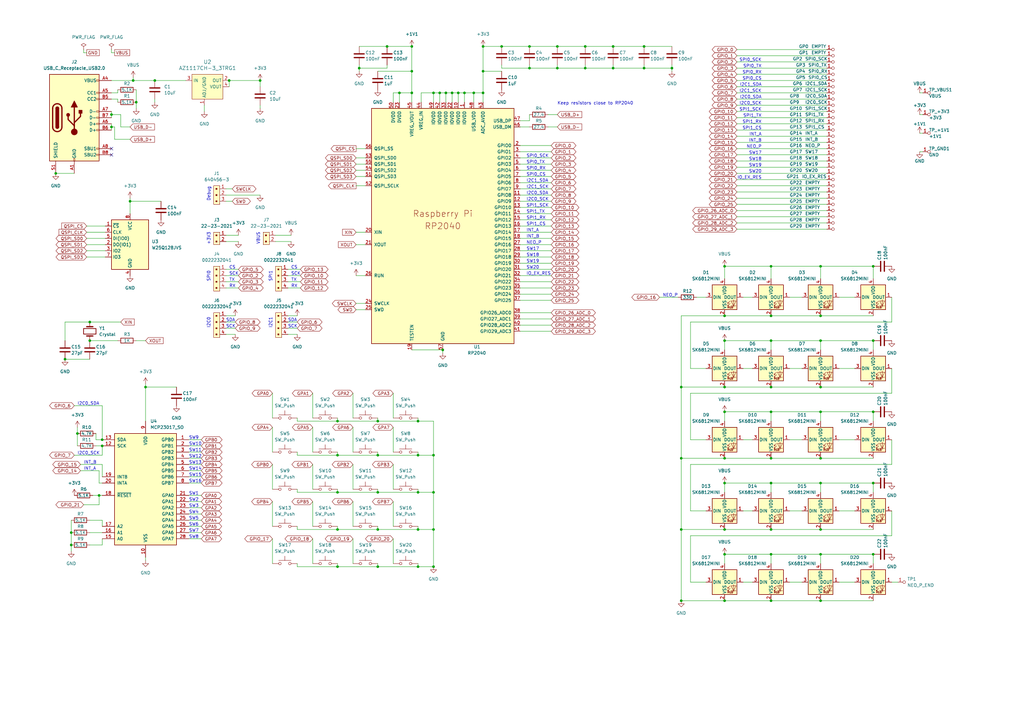
<source format=kicad_sch>
(kicad_sch (version 20230121) (generator eeschema)
  (paper "A3")
  (title_block (title "RP2040"))
  (junction (at 297.18 129.54))
  (junction (at 190.5 38.1))
  (junction (at 163.83 38.1))
  (junction (at 316.23 139.7))
  (junction (at 59.69 158.75))
  (junction (at 198.12 38.1))
  (junction (at 316.23 129.54))
  (junction (at 264.16 27.94))
  (junction (at 240.03 19.05))
  (junction (at 358.14 198.12))
  (junction (at 316.23 187.96))
  (junction (at 336.55 187.96))
  (junction (at 358.14 168.91))
  (junction (at 316.23 246.38))
  (junction (at 31.75 177.8))
  (junction (at 264.16 19.05))
  (junction (at 316.23 227.33))
  (junction (at 53.34 82.55))
  (junction (at 177.8 201.93))
  (junction (at 358.14 109.22))
  (junction (at 187.96 38.1))
  (junction (at 93.98 33.02))
  (junction (at 181.61 143.51))
  (junction (at 251.46 27.94))
  (junction (at 154.94 172.72))
  (junction (at 336.55 246.38))
  (junction (at 63.5 33.02))
  (junction (at 205.74 19.05))
  (junction (at 154.94 217.17))
  (junction (at 138.43 232.41))
  (junction (at 251.46 19.05))
  (junction (at 106.68 33.02))
  (junction (at 336.55 109.22))
  (junction (at 171.45 201.93))
  (junction (at 297.18 109.22))
  (junction (at 180.34 38.1))
  (junction (at 154.94 232.41))
  (junction (at 177.8 232.41))
  (junction (at 54.61 33.02))
  (junction (at 147.32 27.94))
  (junction (at 138.43 172.72))
  (junction (at 177.8 38.1))
  (junction (at 158.75 19.05))
  (junction (at 336.55 227.33))
  (junction (at 297.18 187.96))
  (junction (at 316.23 158.75))
  (junction (at 198.12 19.05))
  (junction (at 177.8 217.17))
  (junction (at 138.43 186.69))
  (junction (at 171.45 172.72))
  (junction (at 41.91 182.88))
  (junction (at 22.86 71.12))
  (junction (at 41.91 180.34))
  (junction (at 297.18 217.17))
  (junction (at 45.72 46.99))
  (junction (at 358.14 139.7))
  (junction (at 297.18 158.75))
  (junction (at 168.91 38.1))
  (junction (at 297.18 227.33))
  (junction (at 138.43 201.93))
  (junction (at 297.18 246.38))
  (junction (at 316.23 217.17))
  (junction (at 279.4 217.17))
  (junction (at 154.94 201.93))
  (junction (at 217.17 19.05))
  (junction (at 358.14 227.33))
  (junction (at 29.21 218.44))
  (junction (at 194.31 38.1))
  (junction (at 171.45 186.69))
  (junction (at 182.88 38.1))
  (junction (at 138.43 217.17))
  (junction (at 217.17 27.94))
  (junction (at 297.18 198.12))
  (junction (at 336.55 158.75))
  (junction (at 36.83 139.7))
  (junction (at 228.6 19.05))
  (junction (at 336.55 168.91))
  (junction (at 36.83 132.08))
  (junction (at 240.03 27.94))
  (junction (at 198.12 29.21))
  (junction (at 55.88 41.91))
  (junction (at 29.21 223.52))
  (junction (at 177.8 186.69))
  (junction (at 297.18 139.7))
  (junction (at 45.72 52.07))
  (junction (at 336.55 139.7))
  (junction (at 40.64 203.2))
  (junction (at 279.4 187.96))
  (junction (at 279.4 246.38))
  (junction (at 228.6 27.94))
  (junction (at 336.55 129.54))
  (junction (at 171.45 217.17))
  (junction (at 168.91 19.05))
  (junction (at 316.23 168.91))
  (junction (at 185.42 38.1))
  (junction (at 168.91 29.21))
  (junction (at 171.45 232.41))
  (junction (at 154.94 186.69))
  (junction (at 336.55 217.17))
  (junction (at 279.4 158.75))
  (junction (at 316.23 198.12))
  (junction (at 336.55 198.12))
  (junction (at 316.23 109.22))
  (junction (at 26.67 147.32))
  (junction (at 297.18 168.91))
  (junction (at 275.59 27.94))
  (no_connect (at 45.72 60.96))
  (no_connect (at 45.72 63.5))
  (wire (pts (xy 144.78 190.5) (xy 144.78 200.66)))
  (wire (pts (xy 264.16 26.67) (xy 264.16 27.94)))
  (wire (pts (xy 279.4 158.75) (xy 279.4 187.96)))
  (wire (pts (xy 63.5 33.02) (xy 76.2 33.02)))
  (wire (pts (xy 302.26 60.96) (xy 339.09 60.96)))
  (wire (pts (xy 181.61 143.51) (xy 181.61 144.78)))
  (wire (pts (xy 171.45 185.42) (xy 171.45 186.69)))
  (wire (pts (xy 240.03 19.05) (xy 251.46 19.05)))
  (wire (pts (xy 365.76 238.76) (xy 368.3 238.76)))
  (wire (pts (xy 336.55 201.93) (xy 336.55 198.12)))
  (wire (pts (xy 36.83 218.44) (xy 41.91 218.44)))
  (wire (pts (xy 297.18 129.54) (xy 316.23 129.54)))
  (wire (pts (xy 213.36 128.27) (xy 226.06 128.27)))
  (wire (pts (xy 77.47 193.04) (xy 82.55 193.04)))
  (wire (pts (xy 147.32 19.05) (xy 158.75 19.05)))
  (wire (pts (xy 118.11 137.16) (xy 121.92 137.16)))
  (wire (pts (xy 297.18 227.33) (xy 316.23 227.33)))
  (wire (pts (xy 302.26 35.56) (xy 339.09 35.56)))
  (wire (pts (xy 35.56 100.33) (xy 43.18 100.33)))
  (wire (pts (xy 283.21 209.55) (xy 289.56 209.55)))
  (wire (pts (xy 77.47 205.74) (xy 82.55 205.74)))
  (wire (pts (xy 213.36 49.53) (xy 217.17 49.53)))
  (wire (pts (xy 59.69 157.48) (xy 59.69 158.75)))
  (wire (pts (xy 302.26 86.36) (xy 339.09 86.36)))
  (wire (pts (xy 77.47 187.96) (xy 82.55 187.96)))
  (wire (pts (xy 297.18 227.33) (xy 297.18 231.14)))
  (wire (pts (xy 154.94 171.45) (xy 154.94 172.72)))
  (wire (pts (xy 161.29 161.29) (xy 161.29 171.45)))
  (wire (pts (xy 213.36 97.79) (xy 226.06 97.79)))
  (wire (pts (xy 302.26 40.64) (xy 339.09 40.64)))
  (wire (pts (xy 190.5 38.1) (xy 190.5 41.91)))
  (wire (pts (xy 365.76 161.29) (xy 283.21 161.29)))
  (wire (pts (xy 59.69 158.75) (xy 59.69 172.72)))
  (wire (pts (xy 106.68 43.18) (xy 106.68 44.45)))
  (wire (pts (xy 41.91 186.69) (xy 41.91 182.88)))
  (wire (pts (xy 213.36 123.19) (xy 226.06 123.19)))
  (wire (pts (xy 35.56 95.25) (xy 43.18 95.25)))
  (wire (pts (xy 302.26 83.82) (xy 339.09 83.82)))
  (wire (pts (xy 146.05 127) (xy 149.86 127)))
  (wire (pts (xy 77.47 220.98) (xy 82.55 220.98)))
  (wire (pts (xy 213.36 62.23) (xy 226.06 62.23)))
  (wire (pts (xy 171.45 186.69) (xy 177.8 186.69)))
  (wire (pts (xy 279.4 158.75) (xy 279.4 129.54)))
  (wire (pts (xy 177.8 201.93) (xy 177.8 217.17)))
  (wire (pts (xy 55.88 139.7) (xy 59.69 139.7)))
  (wire (pts (xy 154.94 215.9) (xy 154.94 217.17)))
  (wire (pts (xy 171.45 215.9) (xy 171.45 217.17)))
  (wire (pts (xy 180.34 38.1) (xy 177.8 38.1)))
  (wire (pts (xy 45.72 20.32) (xy 45.72 21.59)))
  (wire (pts (xy 377.19 46.99) (xy 378.46 46.99)))
  (wire (pts (xy 213.36 135.89) (xy 226.06 135.89)))
  (wire (pts (xy 49.53 52.07) (xy 53.34 52.07)))
  (wire (pts (xy 22.86 71.12) (xy 30.48 71.12)))
  (wire (pts (xy 213.36 107.95) (xy 226.06 107.95)))
  (wire (pts (xy 185.42 38.1) (xy 182.88 38.1)))
  (wire (pts (xy 365.76 190.5) (xy 283.21 190.5)))
  (wire (pts (xy 154.94 200.66) (xy 154.94 201.93)))
  (wire (pts (xy 213.36 90.17) (xy 226.06 90.17)))
  (wire (pts (xy 185.42 38.1) (xy 185.42 41.91)))
  (wire (pts (xy 77.47 180.34) (xy 82.55 180.34)))
  (wire (pts (xy 41.91 166.37) (xy 41.91 180.34)))
  (wire (pts (xy 46.99 57.15) (xy 53.34 57.15)))
  (wire (pts (xy 41.91 182.88) (xy 39.37 182.88)))
  (wire (pts (xy 316.23 129.54) (xy 336.55 129.54)))
  (wire (pts (xy 336.55 227.33) (xy 316.23 227.33)))
  (wire (pts (xy 45.72 52.07) (xy 45.72 53.34)))
  (wire (pts (xy 302.26 91.44) (xy 339.09 91.44)))
  (wire (pts (xy 316.23 227.33) (xy 316.23 231.14)))
  (wire (pts (xy 163.83 38.1) (xy 168.91 38.1)))
  (wire (pts (xy 279.4 158.75) (xy 297.18 158.75)))
  (wire (pts (xy 283.21 219.71) (xy 365.76 219.71)))
  (wire (pts (xy 45.72 38.1) (xy 48.26 38.1)))
  (wire (pts (xy 302.26 53.34) (xy 339.09 53.34)))
  (wire (pts (xy 302.26 68.58) (xy 339.09 68.58)))
  (wire (pts (xy 302.26 33.02) (xy 339.09 33.02)))
  (wire (pts (xy 77.47 210.82) (xy 82.55 210.82)))
  (wire (pts (xy 358.14 227.33) (xy 336.55 227.33)))
  (wire (pts (xy 377.19 62.23) (xy 378.46 62.23)))
  (wire (pts (xy 336.55 187.96) (xy 358.14 187.96)))
  (wire (pts (xy 53.34 82.55) (xy 53.34 87.63)))
  (wire (pts (xy 316.23 139.7) (xy 316.23 143.51)))
  (wire (pts (xy 302.26 50.8) (xy 339.09 50.8)))
  (wire (pts (xy 138.43 217.17) (xy 154.94 217.17)))
  (wire (pts (xy 358.14 139.7) (xy 336.55 139.7)))
  (wire (pts (xy 154.94 231.14) (xy 154.94 232.41)))
  (wire (pts (xy 41.91 213.36) (xy 36.83 213.36)))
  (wire (pts (xy 279.4 129.54) (xy 297.18 129.54)))
  (wire (pts (xy 128.27 190.5) (xy 128.27 200.66)))
  (wire (pts (xy 40.64 198.12) (xy 40.64 193.04)))
  (wire (pts (xy 228.6 26.67) (xy 228.6 27.94)))
  (wire (pts (xy 33.02 193.04) (xy 40.64 193.04)))
  (wire (pts (xy 190.5 38.1) (xy 187.96 38.1)))
  (wire (pts (xy 168.91 143.51) (xy 181.61 143.51)))
  (wire (pts (xy 316.23 198.12) (xy 316.23 201.93)))
  (wire (pts (xy 118.11 134.62) (xy 121.92 134.62)))
  (wire (pts (xy 92.71 118.11) (xy 97.79 118.11)))
  (wire (pts (xy 213.36 87.63) (xy 226.06 87.63)))
  (wire (pts (xy 168.91 38.1) (xy 168.91 41.91)))
  (wire (pts (xy 92.71 96.52) (xy 97.79 96.52)))
  (wire (pts (xy 138.43 215.9) (xy 138.43 217.17)))
  (wire (pts (xy 92.71 77.47) (xy 95.25 77.47)))
  (wire (pts (xy 302.26 43.18) (xy 339.09 43.18)))
  (wire (pts (xy 302.26 58.42) (xy 339.09 58.42)))
  (wire (pts (xy 41.91 198.12) (xy 40.64 198.12)))
  (wire (pts (xy 118.11 129.54) (xy 121.92 129.54)))
  (wire (pts (xy 92.71 137.16) (xy 96.52 137.16)))
  (wire (pts (xy 275.59 27.94) (xy 275.59 29.21)))
  (wire (pts (xy 213.36 110.49) (xy 226.06 110.49)))
  (wire (pts (xy 344.17 209.55) (xy 350.52 209.55)))
  (wire (pts (xy 146.05 60.96) (xy 149.86 60.96)))
  (wire (pts (xy 30.48 186.69) (xy 41.91 186.69)))
  (wire (pts (xy 205.74 19.05) (xy 217.17 19.05)))
  (wire (pts (xy 77.47 198.12) (xy 82.55 198.12)))
  (wire (pts (xy 177.8 38.1) (xy 172.72 38.1)))
  (wire (pts (xy 251.46 19.05) (xy 264.16 19.05)))
  (wire (pts (xy 111.76 175.26) (xy 111.76 185.42)))
  (wire (pts (xy 279.4 187.96) (xy 279.4 217.17)))
  (wire (pts (xy 339.09 22.86) (xy 302.26 22.86)))
  (wire (pts (xy 146.05 100.33) (xy 149.86 100.33)))
  (wire (pts (xy 39.37 180.34) (xy 39.37 177.8)))
  (wire (pts (xy 358.14 198.12) (xy 336.55 198.12)))
  (wire (pts (xy 128.27 161.29) (xy 128.27 171.45)))
  (wire (pts (xy 336.55 139.7) (xy 316.23 139.7)))
  (wire (pts (xy 336.55 246.38) (xy 358.14 246.38)))
  (wire (pts (xy 213.36 67.31) (xy 226.06 67.31)))
  (wire (pts (xy 55.88 44.45) (xy 55.88 41.91)))
  (wire (pts (xy 77.47 185.42) (xy 82.55 185.42)))
  (wire (pts (xy 41.91 180.34) (xy 39.37 180.34)))
  (wire (pts (xy 158.75 19.05) (xy 168.91 19.05)))
  (wire (pts (xy 138.43 186.69) (xy 154.94 186.69)))
  (wire (pts (xy 217.17 27.94) (xy 228.6 27.94)))
  (wire (pts (xy 344.17 238.76) (xy 350.52 238.76)))
  (wire (pts (xy 121.92 231.14) (xy 121.92 232.41)))
  (wire (pts (xy 138.43 232.41) (xy 154.94 232.41)))
  (wire (pts (xy 297.18 246.38) (xy 316.23 246.38)))
  (wire (pts (xy 35.56 92.71) (xy 43.18 92.71)))
  (wire (pts (xy 138.43 172.72) (xy 154.94 172.72)))
  (wire (pts (xy 213.36 59.69) (xy 226.06 59.69)))
  (wire (pts (xy 46.99 57.15) (xy 46.99 52.07)))
  (wire (pts (xy 213.36 105.41) (xy 226.06 105.41)))
  (wire (pts (xy 316.23 187.96) (xy 336.55 187.96)))
  (wire (pts (xy 336.55 129.54) (xy 358.14 129.54)))
  (wire (pts (xy 304.8 209.55) (xy 308.61 209.55)))
  (wire (pts (xy 121.92 232.41) (xy 138.43 232.41)))
  (wire (pts (xy 29.21 218.44) (xy 29.21 223.52)))
  (wire (pts (xy 297.18 217.17) (xy 316.23 217.17)))
  (wire (pts (xy 198.12 19.05) (xy 198.12 29.21)))
  (wire (pts (xy 138.43 231.14) (xy 138.43 232.41)))
  (wire (pts (xy 283.21 132.08) (xy 283.21 151.13)))
  (wire (pts (xy 168.91 19.05) (xy 168.91 29.21)))
  (wire (pts (xy 240.03 27.94) (xy 251.46 27.94)))
  (wire (pts (xy 34.29 21.59) (xy 35.56 21.59)))
  (wire (pts (xy 77.47 213.36) (xy 82.55 213.36)))
  (wire (pts (xy 279.4 217.17) (xy 297.18 217.17)))
  (wire (pts (xy 365.76 121.92) (xy 365.76 132.08)))
  (wire (pts (xy 48.26 40.64) (xy 48.26 41.91)))
  (wire (pts (xy 194.31 41.91) (xy 194.31 38.1)))
  (wire (pts (xy 118.11 118.11) (xy 123.19 118.11)))
  (wire (pts (xy 336.55 158.75) (xy 358.14 158.75)))
  (wire (pts (xy 154.94 217.17) (xy 171.45 217.17)))
  (wire (pts (xy 118.11 110.49) (xy 123.19 110.49)))
  (wire (pts (xy 336.55 168.91) (xy 316.23 168.91)))
  (wire (pts (xy 283.21 151.13) (xy 289.56 151.13)))
  (wire (pts (xy 146.05 76.2) (xy 149.86 76.2)))
  (wire (pts (xy 45.72 45.72) (xy 45.72 46.99)))
  (wire (pts (xy 358.14 109.22) (xy 336.55 109.22)))
  (wire (pts (xy 316.23 246.38) (xy 336.55 246.38)))
  (wire (pts (xy 213.36 130.81) (xy 226.06 130.81)))
  (wire (pts (xy 323.85 151.13) (xy 328.93 151.13)))
  (wire (pts (xy 92.71 132.08) (xy 96.52 132.08)))
  (wire (pts (xy 323.85 121.92) (xy 328.93 121.92)))
  (wire (pts (xy 224.79 46.99) (xy 228.6 46.99)))
  (wire (pts (xy 302.26 71.12) (xy 339.09 71.12)))
  (wire (pts (xy 205.74 27.94) (xy 217.17 27.94)))
  (wire (pts (xy 316.23 217.17) (xy 336.55 217.17)))
  (wire (pts (xy 54.61 33.02) (xy 63.5 33.02)))
  (wire (pts (xy 336.55 109.22) (xy 316.23 109.22)))
  (wire (pts (xy 213.36 102.87) (xy 226.06 102.87)))
  (wire (pts (xy 302.26 76.2) (xy 339.09 76.2)))
  (wire (pts (xy 77.47 215.9) (xy 82.55 215.9)))
  (wire (pts (xy 336.55 217.17) (xy 358.14 217.17)))
  (wire (pts (xy 302.26 93.98) (xy 339.09 93.98)))
  (wire (pts (xy 31.75 177.8) (xy 31.75 182.88)))
  (wire (pts (xy 92.71 115.57) (xy 97.79 115.57)))
  (wire (pts (xy 121.92 172.72) (xy 138.43 172.72)))
  (wire (pts (xy 217.17 26.67) (xy 217.17 27.94)))
  (wire (pts (xy 365.76 180.34) (xy 365.76 190.5)))
  (wire (pts (xy 316.23 168.91) (xy 316.23 172.72)))
  (wire (pts (xy 121.92 185.42) (xy 121.92 186.69)))
  (wire (pts (xy 93.98 33.02) (xy 106.68 33.02)))
  (wire (pts (xy 283.21 161.29) (xy 283.21 180.34)))
  (wire (pts (xy 228.6 19.05) (xy 240.03 19.05)))
  (wire (pts (xy 45.72 46.99) (xy 45.72 48.26)))
  (wire (pts (xy 146.05 113.03) (xy 149.86 113.03)))
  (wire (pts (xy 29.21 213.36) (xy 29.21 218.44)))
  (wire (pts (xy 377.19 38.1) (xy 378.46 38.1)))
  (wire (pts (xy 92.71 113.03) (xy 97.79 113.03)))
  (wire (pts (xy 31.75 175.26) (xy 31.75 177.8)))
  (wire (pts (xy 138.43 171.45) (xy 138.43 172.72)))
  (wire (pts (xy 113.03 99.06) (xy 119.38 99.06)))
  (wire (pts (xy 144.78 205.74) (xy 144.78 215.9)))
  (wire (pts (xy 297.18 168.91) (xy 297.18 172.72)))
  (wire (pts (xy 138.43 200.66) (xy 138.43 201.93)))
  (wire (pts (xy 45.72 52.07) (xy 46.99 52.07)))
  (wire (pts (xy 297.18 198.12) (xy 297.18 201.93)))
  (wire (pts (xy 171.45 231.14) (xy 171.45 232.41)))
  (wire (pts (xy 93.98 35.56) (xy 93.98 33.02)))
  (wire (pts (xy 171.45 232.41) (xy 177.8 232.41)))
  (wire (pts (xy 182.88 38.1) (xy 182.88 41.91)))
  (wire (pts (xy 121.92 217.17) (xy 138.43 217.17)))
  (wire (pts (xy 59.69 228.6) (xy 59.69 229.87)))
  (wire (pts (xy 302.26 38.1) (xy 339.09 38.1)))
  (wire (pts (xy 92.71 99.06) (xy 97.79 99.06)))
  (wire (pts (xy 146.05 95.25) (xy 149.86 95.25)))
  (wire (pts (xy 77.47 208.28) (xy 82.55 208.28)))
  (wire (pts (xy 161.29 205.74) (xy 161.29 215.9)))
  (wire (pts (xy 154.94 29.21) (xy 168.91 29.21)))
  (wire (pts (xy 304.8 180.34) (xy 308.61 180.34)))
  (wire (pts (xy 34.29 20.32) (xy 34.29 21.59)))
  (wire (pts (xy 297.18 109.22) (xy 297.18 114.3)))
  (wire (pts (xy 213.36 95.25) (xy 226.06 95.25)))
  (wire (pts (xy 213.36 120.65) (xy 226.06 120.65)))
  (wire (pts (xy 161.29 220.98) (xy 161.29 231.14)))
  (wire (pts (xy 111.76 190.5) (xy 111.76 200.66)))
  (wire (pts (xy 344.17 180.34) (xy 350.52 180.34)))
  (wire (pts (xy 198.12 19.05) (xy 205.74 19.05)))
  (wire (pts (xy 92.71 80.01) (xy 106.68 80.01)))
  (wire (pts (xy 302.26 78.74) (xy 339.09 78.74)))
  (wire (pts (xy 147.32 27.94) (xy 158.75 27.94)))
  (wire (pts (xy 279.4 246.38) (xy 297.18 246.38)))
  (wire (pts (xy 302.26 27.94) (xy 339.09 27.94)))
  (wire (pts (xy 92.71 110.49) (xy 97.79 110.49)))
  (wire (pts (xy 217.17 49.53) (xy 217.17 46.99)))
  (wire (pts (xy 213.36 92.71) (xy 226.06 92.71)))
  (wire (pts (xy 128.27 175.26) (xy 128.27 185.42)))
  (wire (pts (xy 83.82 43.18) (xy 83.82 45.72)))
  (wire (pts (xy 36.83 223.52) (xy 41.91 223.52)))
  (wire (pts (xy 41.91 190.5) (xy 33.02 190.5)))
  (wire (pts (xy 285.75 121.92) (xy 289.56 121.92)))
  (wire (pts (xy 41.91 215.9) (xy 41.91 213.36)))
  (wire (pts (xy 144.78 220.98) (xy 144.78 231.14)))
  (wire (pts (xy 35.56 97.79) (xy 43.18 97.79)))
  (wire (pts (xy 358.14 231.14) (xy 358.14 227.33)))
  (wire (pts (xy 147.32 26.67) (xy 147.32 27.94)))
  (wire (pts (xy 144.78 175.26) (xy 144.78 185.42)))
  (wire (pts (xy 302.26 88.9) (xy 339.09 88.9)))
  (wire (pts (xy 323.85 209.55) (xy 328.93 209.55)))
  (wire (pts (xy 302.26 73.66) (xy 339.09 73.66)))
  (wire (pts (xy 48.26 38.1) (xy 48.26 36.83)))
  (wire (pts (xy 113.03 96.52) (xy 119.38 96.52)))
  (wire (pts (xy 365.76 151.13) (xy 365.76 161.29)))
  (wire (pts (xy 161.29 38.1) (xy 163.83 38.1)))
  (wire (pts (xy 304.8 151.13) (xy 308.61 151.13)))
  (wire (pts (xy 302.26 45.72) (xy 339.09 45.72)))
  (wire (pts (xy 147.32 27.94) (xy 147.32 29.21)))
  (wire (pts (xy 344.17 121.92) (xy 350.52 121.92)))
  (wire (pts (xy 279.4 187.96) (xy 297.18 187.96)))
  (wire (pts (xy 316.23 158.75) (xy 336.55 158.75)))
  (wire (pts (xy 217.17 19.05) (xy 228.6 19.05)))
  (wire (pts (xy 45.72 33.02) (xy 54.61 33.02)))
  (wire (pts (xy 128.27 220.98) (xy 128.27 231.14)))
  (wire (pts (xy 213.36 100.33) (xy 226.06 100.33)))
  (wire (pts (xy 213.36 74.93) (xy 226.06 74.93)))
  (wire (pts (xy 168.91 29.21) (xy 168.91 38.1)))
  (wire (pts (xy 297.18 198.12) (xy 316.23 198.12)))
  (wire (pts (xy 302.26 25.4) (xy 339.09 25.4)))
  (wire (pts (xy 161.29 175.26) (xy 161.29 185.42)))
  (wire (pts (xy 121.92 215.9) (xy 121.92 217.17)))
  (wire (pts (xy 297.18 139.7) (xy 316.23 139.7)))
  (wire (pts (xy 49.53 52.07) (xy 49.53 46.99)))
  (wire (pts (xy 251.46 27.94) (xy 264.16 27.94)))
  (wire (pts (xy 77.47 203.2) (xy 82.55 203.2)))
  (wire (pts (xy 283.21 238.76) (xy 283.21 219.71)))
  (wire (pts (xy 59.69 158.75) (xy 72.39 158.75)))
  (wire (pts (xy 194.31 38.1) (xy 190.5 38.1)))
  (wire (pts (xy 77.47 218.44) (xy 82.55 218.44)))
  (wire (pts (xy 213.36 64.77) (xy 226.06 64.77)))
  (wire (pts (xy 171.45 172.72) (xy 177.8 172.72)))
  (wire (pts (xy 302.26 66.04) (xy 339.09 66.04)))
  (wire (pts (xy 194.31 38.1) (xy 198.12 38.1)))
  (wire (pts (xy 54.61 31.75) (xy 54.61 33.02)))
  (wire (pts (xy 26.67 132.08) (xy 36.83 132.08)))
  (wire (pts (xy 53.34 81.28) (xy 53.34 82.55)))
  (wire (pts (xy 336.55 172.72) (xy 336.55 168.91)))
  (wire (pts (xy 213.36 72.39) (xy 226.06 72.39)))
  (wire (pts (xy 358.14 172.72) (xy 358.14 168.91)))
  (wire (pts (xy 177.8 172.72) (xy 177.8 186.69)))
  (wire (pts (xy 172.72 38.1) (xy 172.72 41.91)))
  (wire (pts (xy 55.88 36.83) (xy 55.88 41.91)))
  (wire (pts (xy 154.94 172.72) (xy 171.45 172.72)))
  (wire (pts (xy 121.92 171.45) (xy 121.92 172.72)))
  (wire (pts (xy 45.72 50.8) (xy 45.72 52.07)))
  (wire (pts (xy 177.8 186.69) (xy 177.8 201.93)))
  (wire (pts (xy 365.76 132.08) (xy 283.21 132.08)))
  (wire (pts (xy 251.46 26.67) (xy 251.46 27.94)))
  (wire (pts (xy 358.14 114.3) (xy 358.14 109.22)))
  (wire (pts (xy 92.71 82.55) (xy 95.25 82.55)))
  (wire (pts (xy 302.26 63.5) (xy 339.09 63.5)))
  (wire (pts (xy 26.67 139.7) (xy 26.67 132.08)))
  (wire (pts (xy 154.94 232.41) (xy 171.45 232.41)))
  (wire (pts (xy 146.05 67.31) (xy 149.86 67.31)))
  (wire (pts (xy 111.76 220.98) (xy 111.76 231.14)))
  (wire (pts (xy 45.72 40.64) (xy 48.26 40.64)))
  (wire (pts (xy 187.96 38.1) (xy 187.96 41.91)))
  (wire (pts (xy 279.4 217.17) (xy 279.4 246.38)))
  (wire (pts (xy 283.21 190.5) (xy 283.21 209.55)))
  (wire (pts (xy 275.59 26.67) (xy 275.59 27.94)))
  (wire (pts (xy 205.74 26.67) (xy 205.74 27.94)))
  (wire (pts (xy 187.96 38.1) (xy 185.42 38.1)))
  (wire (pts (xy 264.16 27.94) (xy 275.59 27.94)))
  (wire (pts (xy 297.18 109.22) (xy 316.23 109.22)))
  (wire (pts (xy 163.83 41.91) (xy 163.83 38.1)))
  (wire (pts (xy 63.5 40.64) (xy 63.5 41.91)))
  (wire (pts (xy 40.64 203.2) (xy 41.91 203.2)))
  (wire (pts (xy 154.94 185.42) (xy 154.94 186.69)))
  (wire (pts (xy 146.05 72.39) (xy 149.86 72.39)))
  (wire (pts (xy 111.76 205.74) (xy 111.76 215.9)))
  (wire (pts (xy 297.18 139.7) (xy 297.18 143.51)))
  (wire (pts (xy 198.12 29.21) (xy 198.12 38.1)))
  (wire (pts (xy 77.47 182.88) (xy 82.55 182.88)))
  (wire (pts (xy 297.18 187.96) (xy 316.23 187.96)))
  (wire (pts (xy 45.72 21.59) (xy 46.99 21.59)))
  (wire (pts (xy 302.26 81.28) (xy 339.09 81.28)))
  (wire (pts (xy 146.05 64.77) (xy 149.86 64.77)))
  (wire (pts (xy 171.45 200.66) (xy 171.45 201.93)))
  (wire (pts (xy 323.85 238.76) (xy 328.93 238.76)))
  (wire (pts (xy 336.55 198.12) (xy 316.23 198.12)))
  (wire (pts (xy 304.8 121.92) (xy 308.61 121.92)))
  (wire (pts (xy 213.36 77.47) (xy 226.06 77.47)))
  (wire (pts (xy 365.76 219.71) (xy 365.76 209.55)))
  (wire (pts (xy 171.45 171.45) (xy 171.45 172.72)))
  (wire (pts (xy 316.23 109.22) (xy 316.23 114.3)))
  (wire (pts (xy 106.68 33.02) (xy 106.68 35.56)))
  (wire (pts (xy 358.14 168.91) (xy 336.55 168.91)))
  (wire (pts (xy 297.18 168.91) (xy 316.23 168.91)))
  (wire (pts (xy 213.36 80.01) (xy 226.06 80.01)))
  (wire (pts (xy 92.71 129.54) (xy 96.52 129.54)))
  (wire (pts (xy 26.67 147.32) (xy 36.83 147.32)))
  (wire (pts (xy 304.8 238.76) (xy 308.61 238.76)))
  (wire (pts (xy 144.78 161.29) (xy 144.78 171.45)))
  (wire (pts (xy 41.91 223.52) (xy 41.91 220.98)))
  (wire (pts (xy 77.47 190.5) (xy 82.55 190.5)))
  (wire (pts (xy 182.88 38.1) (xy 180.34 38.1)))
  (wire (pts (xy 240.03 26.67) (xy 240.03 27.94)))
  (wire (pts (xy 161.29 41.91) (xy 161.29 38.1)))
  (wire (pts (xy 283.21 180.34) (xy 289.56 180.34)))
  (wire (pts (xy 302.26 30.48) (xy 339.09 30.48)))
  (wire (pts (xy 146.05 124.46) (xy 149.86 124.46)))
  (wire (pts (xy 358.14 201.93) (xy 358.14 198.12)))
  (wire (pts (xy 302.26 20.32) (xy 339.09 20.32)))
  (wire (pts (xy 302.26 48.26) (xy 339.09 48.26)))
  (wire (pts (xy 35.56 105.41) (xy 43.18 105.41)))
  (wire (pts (xy 49.53 46.99) (xy 45.72 46.99)))
  (wire (pts (xy 121.92 200.66) (xy 121.92 201.93)))
  (wire (pts (xy 118.11 132.08) (xy 121.92 132.08)))
  (wire (pts (xy 36.83 139.7) (xy 48.26 139.7)))
  (wire (pts (xy 213.36 52.07) (xy 217.17 52.07)))
  (wire (pts (xy 154.94 201.93) (xy 171.45 201.93)))
  (wire (pts (xy 40.64 203.2) (xy 40.64 207.01)))
  (wire (pts (xy 224.79 52.07) (xy 228.6 52.07)))
  (wire (pts (xy 213.36 113.03) (xy 226.06 113.03)))
  (wire (pts (xy 53.34 82.55) (xy 66.04 82.55)))
  (wire (pts (xy 35.56 102.87) (xy 43.18 102.87)))
  (wire (pts (xy 323.85 180.34) (xy 328.93 180.34)))
  (wire (pts (xy 118.11 115.57) (xy 123.19 115.57)))
  (wire (pts (xy 118.11 113.03) (xy 123.19 113.03)))
  (wire (pts (xy 213.36 115.57) (xy 226.06 115.57)))
  (wire (pts (xy 302.26 55.88) (xy 339.09 55.88)))
  (wire (pts (xy 29.21 226.06) (xy 29.21 223.52)))
  (wire (pts (xy 121.92 186.69) (xy 138.43 186.69)))
  (wire (pts (xy 146.05 69.85) (xy 149.86 69.85)))
  (wire (pts (xy 38.1 203.2) (xy 40.64 203.2)))
  (wire (pts (xy 228.6 27.94) (xy 240.03 27.94)))
  (wire (pts (xy 213.36 85.09) (xy 226.06 85.09)))
  (wire (pts (xy 171.45 217.17) (xy 177.8 217.17)))
  (wire (pts (xy 158.75 26.67) (xy 158.75 27.94)))
  (wire (pts (xy 34.29 207.01) (xy 40.64 207.01)))
  (wire (pts (xy 177.8 217.17) (xy 177.8 232.41)))
  (wire (pts (xy 92.71 134.62) (xy 96.52 134.62)))
  (wire (pts (xy 154.94 186.69) (xy 171.45 186.69)))
  (wire (pts (xy 283.21 238.76) (xy 289.56 238.76)))
  (wire (pts (xy 336.55 231.14) (xy 336.55 227.33)))
  (wire (pts (xy 336.55 143.51) (xy 336.55 139.7)))
  (wire (pts (xy 264.16 19.05) (xy 275.59 19.05)))
  (wire (pts (xy 213.36 133.35) (xy 226.06 133.35)))
  (wire (pts (xy 198.12 29.21) (xy 205.74 29.21)))
  (wire (pts (xy 121.92 201.93) (xy 138.43 201.93)))
  (wire (pts (xy 358.14 143.51) (xy 358.14 139.7)))
  (wire (pts (xy 138.43 185.42) (xy 138.43 186.69)))
  (wire (pts (xy 30.48 166.37) (xy 41.91 166.37)))
  (wire (pts (xy 297.18 158.75) (xy 316.23 158.75)))
  (wire (pts (xy 377.19 54.61) (xy 378.46 54.61)))
  (wire (pts (xy 77.47 195.58) (xy 82.55 195.58)))
  (wire (pts (xy 213.36 118.11) (xy 226.06 118.11)))
  (wire (pts (xy 213.36 69.85) (xy 226.06 69.85)))
  (wire (pts (xy 177.8 38.1) (xy 177.8 41.91)))
  (wire (pts (xy 128.27 205.74) (xy 128.27 215.9)))
  (wire (pts (xy 270.51 121.92) (xy 278.13 121.92)))
  (wire (pts (xy 344.17 151.13) (xy 350.52 151.13)))
  (wire (pts (xy 336.55 114.3) (xy 336.55 109.22)))
  (wire (pts (xy 36.83 132.08) (xy 49.53 132.08)))
  (wire (pts (xy 198.12 38.1) (xy 198.12 41.91)))
  (wire (pts (xy 41.91 195.58) (xy 41.91 190.5)))
  (wire (pts (xy 111.76 161.29) (xy 111.76 171.45)))
  (wire (pts (xy 180.34 38.1) (xy 180.34 41.91)))
  (wire (pts (xy 138.43 201.93) (xy 154.94 201.93)))
  (wire (pts (xy 213.36 82.55) (xy 226.06 82.55)))
  (wire (pts (xy 171.45 201.93) (xy 177.8 201.93)))
  (wire (pts (xy 161.29 190.5) (xy 161.29 200.66)))
  (text "SW8" (at 77.47 220.98 0) (effects (font (size 1.27 1.27)) (justify left bottom)))
  (text "SPI1_RX" (at 215.9 90.17 0) (effects (font (size 1.27 1.27)) (justify left bottom)))
  (text "I2C0_SDA" (at 31.75 166.37 0) (effects (font (size 1.27 1.27)) (justify left bottom)))
  (text "I2C0_SCK" (at 312.42 43.18 0) (effects (font (size 1.27 1.27)) (justify right bottom)))
  (text "SW4" (at 77.47 210.82 0) (effects (font (size 1.27 1.27)) (justify left bottom)))
  (text "I2C1_SCK" (at 215.9 77.47 0) (effects (font (size 1.27 1.27)) (justify left bottom)))
  (text "SPI1_CS" (at 312.42 53.34 0) (effects (font (size 1.27 1.27)) (justify right bottom)))
  (text "SPI1_CS" (at 215.9 92.71 0) (effects (font (size 1.27 1.27)) (justify left bottom)))
  (text "INT_A" (at 215.9 95.25 0) (effects (font (size 1.27 1.27)) (justify left bottom)))
  (text "IO_EX_RES" (at 312.42 73.66 0) (effects (font (size 1.27 1.27)) (justify right bottom)))
  (text "Keep resistors close to RP2040" (at 228.6 43.18 0) (effects (font (size 1.27 1.27)) (justify left bottom)))
  (text "SW10" (at 77.47 182.88 0) (effects (font (size 1.27 1.27)) (justify left bottom)))
  (text "INT_A" (at 34.29 193.04 0) (effects (font (size 1.27 1.27)) (justify left bottom)))
  (text "SW15" (at 77.47 195.58 0) (effects (font (size 1.27 1.27)) (justify left bottom)))
  (text "SCK" (at 92.71 134.62 0) (effects (font (size 1.27 1.27)) (justify left bottom)))
  (text "SPI0_CS" (at 215.9 72.39 0) (effects (font (size 1.27 1.27)) (justify left bottom)))
  (text "TX" (at 93.98 115.57 0) (effects (font (size 1.27 1.27)) (justify left bottom)))
  (text "SW17" (at 215.9 102.87 0) (effects (font (size 1.27 1.27)) (justify left bottom)))
  (text "SPI1_SCK" (at 312.42 45.72 0) (effects (font (size 1.27 1.27)) (justify right bottom)))
  (text "CS" (at 93.98 110.49 0) (effects (font (size 1.27 1.27)) (justify left bottom)))
  (text "I2C0_SDA" (at 215.9 80.01 0) (effects (font (size 1.27 1.27)) (justify left bottom)))
  (text "SPI1_RX" (at 312.42 50.8 0) (effects (font (size 1.27 1.27)) (justify right bottom)))
  (text "I2C1_SCK" (at 312.42 38.1 0) (effects (font (size 1.27 1.27)) (justify right bottom)))
  (text "SW6" (at 77.47 215.9 0) (effects (font (size 1.27 1.27)) (justify left bottom)))
  (text "INT_B" (at 34.29 190.5 0) (effects (font (size 1.27 1.27)) (justify left bottom)))
  (text "NEO_P" (at 312.42 60.96 0) (effects (font (size 1.27 1.27)) (justify right bottom)))
  (text "TX" (at 119.38 115.57 0) (effects (font (size 1.27 1.27)) (justify left bottom)))
  (text "SPI1_SCK" (at 215.9 85.09 0) (effects (font (size 1.27 1.27)) (justify left bottom)))
  (text "VBUS" (at 106.68 95.25 90) (effects (font (size 1.27 1.27)) (justify right bottom)))
  (text "INT_B" (at 312.42 58.42 0) (effects (font (size 1.27 1.27)) (justify right bottom)))
  (text "SW18" (at 215.9 105.41 0) (effects (font (size 1.27 1.27)) (justify left bottom)))
  (text "SW16" (at 77.47 198.12 0) (effects (font (size 1.27 1.27)) (justify left bottom)))
  (text "I2C0_SDA" (at 312.42 40.64 0) (effects (font (size 1.27 1.27)) (justify right bottom)))
  (text "SPI0" (at 86.36 115.57 90) (effects (font (size 1.27 1.27)) (justify left bottom)))
  (text "SPI0_RX" (at 215.9 69.85 0) (effects (font (size 1.27 1.27)) (justify left bottom)))
  (text "SW13" (at 77.47 190.5 0) (effects (font (size 1.27 1.27)) (justify left bottom)))
  (text "CS" (at 119.38 110.49 0) (effects (font (size 1.27 1.27)) (justify left bottom)))
  (text "SW20" (at 215.9 110.49 0) (effects (font (size 1.27 1.27)) (justify left bottom)))
  (text "SW7" (at 77.47 218.44 0) (effects (font (size 1.27 1.27)) (justify left bottom)))
  (text "SDA" (at 118.11 132.08 0) (effects (font (size 1.27 1.27)) (justify left bottom)))
  (text "SW9" (at 77.47 180.34 0) (effects (font (size 1.27 1.27)) (justify left bottom)))
  (text "SPI0_SCK" (at 312.42 25.4 0) (effects (font (size 1.27 1.27)) (justify right bottom)))
  (text "SW2" (at 77.47 205.74 0) (effects (font (size 1.27 1.27)) (justify left bottom)))
  (text "SW14" (at 77.47 193.04 0) (effects (font (size 1.27 1.27)) (justify left bottom)))
  (text "I2C0" (at 86.36 134.62 90) (effects (font (size 1.27 1.27)) (justify left bottom)))
  (text "SPI0_CS" (at 312.42 33.02 0) (effects (font (size 1.27 1.27)) (justify right bottom)))
  (text "SW19" (at 312.42 68.58 0) (effects (font (size 1.27 1.27)) (justify right bottom)))
  (text "SW5" (at 77.47 213.36 0) (effects (font (size 1.27 1.27)) (justify left bottom)))
  (text "I2C1_SDA" (at 312.42 35.56 0) (effects (font (size 1.27 1.27)) (justify right bottom)))
  (text "I2C0_SCK" (at 31.75 186.69 0) (effects (font (size 1.27 1.27)) (justify left bottom)))
  (text "RX" (at 119.38 118.11 0) (effects (font (size 1.27 1.27)) (justify left bottom)))
  (text "SW1" (at 77.47 203.2 0) (effects (font (size 1.27 1.27)) (justify left bottom)))
  (text "SPI1_TX" (at 312.42 48.26 0) (effects (font (size 1.27 1.27)) (justify right bottom)))
  (text "SW11" (at 77.47 185.42 0) (effects (font (size 1.27 1.27)) (justify left bottom)))
  (text "SW20" (at 312.42 71.12 0) (effects (font (size 1.27 1.27)) (justify right bottom)))
  (text "RX" (at 93.98 118.11 0) (effects (font (size 1.27 1.27)) (justify left bottom)))
  (text "SPI1_TX" (at 215.9 87.63 0) (effects (font (size 1.27 1.27)) (justify left bottom)))
  (text "SW18" (at 312.42 66.04 0) (effects (font (size 1.27 1.27)) (justify right bottom)))
  (text "SPI0_SCK" (at 215.9 64.77 0) (effects (font (size 1.27 1.27)) (justify left bottom)))
  (text "SCK\n" (at 93.98 113.03 0) (effects (font (size 1.27 1.27)) (justify left bottom)))
  (text "NEO_P" (at 215.9 100.33 0) (effects (font (size 1.27 1.27)) (justify left bottom)))
  (text "SW19" (at 215.9 107.95 0) (effects (font (size 1.27 1.27)) (justify left bottom)))
  (text "SCK" (at 118.11 134.62 0) (effects (font (size 1.27 1.27)) (justify left bottom)))
  (text "IO_EX_RES" (at 215.9 113.03 0) (effects (font (size 1.27 1.27)) (justify left bottom)))
  (text "SW3" (at 77.47 208.28 0) (effects (font (size 1.27 1.27)) (justify left bottom)))
  (text "SPI0_RX" (at 312.42 30.48 0) (effects (font (size 1.27 1.27)) (justify right bottom)))
  (text "SPI1" (at 111.76 115.57 90) (effects (font (size 1.27 1.27)) (justify left bottom)))
  (text "I2C0_SCK" (at 215.9 82.55 0) (effects (font (size 1.27 1.27)) (justify left bottom)))
  (text "NEO_P" (at 271.78 121.92 0) (effects (font (size 1.27 1.27)) (justify left bottom)))
  (text "SW12" (at 77.47 187.96 0) (effects (font (size 1.27 1.27)) (justify left bottom)))
  (text "SPI0_TX" (at 215.9 67.31 0) (effects (font (size 1.27 1.27)) (justify left bottom)))
  (text "SDA" (at 92.71 132.08 0) (effects (font (size 1.27 1.27)) (justify left bottom)))
  (text "SW17" (at 312.42 63.5 0) (effects (font (size 1.27 1.27)) (justify right bottom)))
  (text "Debug" (at 86.36 82.55 90) (effects (font (size 1.27 1.27)) (justify left bottom)))
  (text "SPI0_TX" (at 312.42 27.94 0) (effects (font (size 1.27 1.27)) (justify right bottom)))
  (text "INT_B" (at 215.9 97.79 0) (effects (font (size 1.27 1.27)) (justify left bottom)))
  (text "I2C1_SDA" (at 215.9 74.93 0) (effects (font (size 1.27 1.27)) (justify left bottom)))
  (text "SCK\n" (at 119.38 113.03 0) (effects (font (size 1.27 1.27)) (justify left bottom)))
  (text "+3V3" (at 86.36 95.25 90) (effects (font (size 1.27 1.27)) (justify right bottom)))
  (text "INT_A" (at 312.42 55.88 0) (effects (font (size 1.27 1.27)) (justify right bottom)))
  (text "I2C1" (at 111.76 134.62 90) (effects (font (size 1.27 1.27)) (justify left bottom)))
  (global_label "GPIO_25" (shape bidirectional) (at 302.26 83.82 180) (property "Intersheetrefs" "${INTERSHEET_REFS}" (effects hide)))
  (global_label "GPA0" (shape bidirectional) (at 111.76 161.29 180) (property "Intersheetrefs" "${INTERSHEET_REFS}" (effects hide)))
  (global_label "GPIO_19" (shape bidirectional) (at 226.06 107.95 0) (property "Intersheetrefs" "${INTERSHEET_REFS}" (effects hide)))
  (global_label "GPIO_9" (shape bidirectional) (at 96.52 134.62 0) (property "Intersheetrefs" "${INTERSHEET_REFS}" (effects hide)))
  (global_label "GPIO_11" (shape bidirectional) (at 226.06 87.63 0) (property "Intersheetrefs" "${INTERSHEET_REFS}" (effects hide)))
  (global_label "GPIO_7" (shape bidirectional) (at 302.26 38.1 180) (property "Intersheetrefs" "${INTERSHEET_REFS}" (effects hide)))
  (global_label "GPIO_2" (shape bidirectional) (at 226.06 64.77 0) (property "Intersheetrefs" "${INTERSHEET_REFS}" (effects hide)))
  (global_label "GPIO_1" (shape bidirectional) (at 302.26 22.86 180) (property "Intersheetrefs" "${INTERSHEET_REFS}" (effects hide)))
  (global_label "GPIO_0" (shape bidirectional) (at 302.26 20.32 180) (property "Intersheetrefs" "${INTERSHEET_REFS}" (effects hide)))
  (global_label "QSPI_SD1" (shape bidirectional) (at 35.56 100.33 180) (property "Intersheetrefs" "${INTERSHEET_REFS}" (effects hide)))
  (global_label "GPA2" (shape bidirectional) (at 82.55 208.28 0) (property "Intersheetrefs" "${INTERSHEET_REFS}" (effects hide)))
  (global_label "GPIO_11" (shape bidirectional) (at 302.26 48.26 180) (property "Intersheetrefs" "${INTERSHEET_REFS}" (effects hide)))
  (global_label "GPIO_22" (shape bidirectional) (at 226.06 115.57 0) (property "Intersheetrefs" "${INTERSHEET_REFS}" (effects hide)))
  (global_label "GPIO_12" (shape bidirectional) (at 226.06 90.17 0) (property "Intersheetrefs" "${INTERSHEET_REFS}" (effects hide)))
  (global_label "GPIO_10" (shape bidirectional) (at 302.26 45.72 180) (property "Intersheetrefs" "${INTERSHEET_REFS}" (effects hide)))
  (global_label "XIN" (shape input) (at 146.05 95.25 180) (property "Intersheetrefs" "${INTERSHEET_REFS}" (effects hide)))
  (global_label "GPA6" (shape bidirectional) (at 144.78 175.26 180) (property "Intersheetrefs" "${INTERSHEET_REFS}" (effects hide)))
  (global_label "USB_D+" (shape input) (at 53.34 57.15 0) (property "Intersheetrefs" "${INTERSHEET_REFS}" (effects hide)))
  (global_label "QSPI_SD2" (shape bidirectional) (at 146.05 69.85 180) (property "Intersheetrefs" "${INTERSHEET_REFS}" (effects hide)))
  (global_label "GPIO_20" (shape bidirectional) (at 226.06 110.49 0) (property "Intersheetrefs" "${INTERSHEET_REFS}" (effects hide)))
  (global_label "GPIO_15" (shape bidirectional) (at 302.26 58.42 180) (property "Intersheetrefs" "${INTERSHEET_REFS}" (effects hide)))
  (global_label "SWCLK" (shape bidirectional) (at 146.05 124.46 180) (property "Intersheetrefs" "${INTERSHEET_REFS}" (effects hide)))
  (global_label "SWD" (shape bidirectional) (at 95.25 82.55 0) (property "Intersheetrefs" "${INTERSHEET_REFS}" (effects hide)))
  (global_label "GPIO_14" (shape bidirectional) (at 226.06 95.25 0) (property "Intersheetrefs" "${INTERSHEET_REFS}" (effects hide)))
  (global_label "GPIO_12" (shape bidirectional) (at 123.19 118.11 0) (property "Intersheetrefs" "${INTERSHEET_REFS}" (effects hide)))
  (global_label "GPIO_8" (shape bidirectional) (at 96.52 132.08 0) (property "Intersheetrefs" "${INTERSHEET_REFS}" (effects hide)))
  (global_label "GPB7" (shape bidirectional) (at 82.55 198.12 0) (property "Intersheetrefs" "${INTERSHEET_REFS}" (effects hide)))
  (global_label "XOUT" (shape input) (at 146.05 100.33 180) (property "Intersheetrefs" "${INTERSHEET_REFS}" (effects hide)))
  (global_label "GPIO_14" (shape bidirectional) (at 302.26 55.88 180) (property "Intersheetrefs" "${INTERSHEET_REFS}" (effects hide)))
  (global_label "GPA7" (shape bidirectional) (at 161.29 175.26 180) (property "Intersheetrefs" "${INTERSHEET_REFS}" (effects hide)))
  (global_label "GPIO_10" (shape bidirectional) (at 123.19 113.03 0) (property "Intersheetrefs" "${INTERSHEET_REFS}" (effects hide)))
  (global_label "GPIO_2" (shape bidirectional) (at 97.79 113.03 0) (property "Intersheetrefs" "${INTERSHEET_REFS}" (effects hide)))
  (global_label "XIN" (shape input) (at 49.53 132.08 0) (property "Intersheetrefs" "${INTERSHEET_REFS}" (effects hide)))
  (global_label "QSPI_SD0" (shape bidirectional) (at 35.56 97.79 180) (property "Intersheetrefs" "${INTERSHEET_REFS}" (effects hide)))
  (global_label "SWD" (shape bidirectional) (at 146.05 127 180) (property "Intersheetrefs" "${INTERSHEET_REFS}" (effects hide)))
  (global_label "GPB2" (shape bidirectional) (at 82.55 185.42 0) (property "Intersheetrefs" "${INTERSHEET_REFS}" (effects hide)))
  (global_label "GPIO_6" (shape bidirectional) (at 121.92 132.08 0) (property "Intersheetrefs" "${INTERSHEET_REFS}" (effects hide)))
  (global_label "GPB1" (shape bidirectional) (at 82.55 182.88 0) (property "Intersheetrefs" "${INTERSHEET_REFS}" (effects hide)))
  (global_label "GPA1" (shape bidirectional) (at 128.27 161.29 180) (property "Intersheetrefs" "${INTERSHEET_REFS}" (effects hide)))
  (global_label "GPIO_9" (shape bidirectional) (at 226.06 82.55 0) (property "Intersheetrefs" "${INTERSHEET_REFS}" (effects hide)))
  (global_label "GPIO_3" (shape bidirectional) (at 226.06 67.31 0) (property "Intersheetrefs" "${INTERSHEET_REFS}" (effects hide)))
  (global_label "GPB1" (shape bidirectional) (at 128.27 190.5 180) (property "Intersheetrefs" "${INTERSHEET_REFS}" (effects hide)))
  (global_label "GPA6" (shape bidirectional) (at 82.55 218.44 0) (property "Intersheetrefs" "${INTERSHEET_REFS}" (effects hide)))
  (global_label "GPA3" (shape bidirectional) (at 161.29 161.29 180) (property "Intersheetrefs" "${INTERSHEET_REFS}" (effects hide)))
  (global_label "USB_D+" (shape input) (at 228.6 46.99 0) (property "Intersheetrefs" "${INTERSHEET_REFS}" (effects hide)))
  (global_label "GPIO_5" (shape bidirectional) (at 302.26 33.02 180) (property "Intersheetrefs" "${INTERSHEET_REFS}" (effects hide)))
  (global_label "GPA4" (shape bidirectional) (at 111.76 175.26 180) (property "Intersheetrefs" "${INTERSHEET_REFS}" (effects hide)))
  (global_label "QSPI_SD3" (shape bidirectional) (at 35.56 105.41 180) (property "Intersheetrefs" "${INTERSHEET_REFS}" (effects hide)))
  (global_label "QSPI_CLK" (shape output) (at 146.05 76.2 180) (property "Intersheetrefs" "${INTERSHEET_REFS}" (effects hide)))
  (global_label "GPIO_29_ADC_3" (shape bidirectional) (at 302.26 93.98 180) (property "Intersheetrefs" "${INTERSHEET_REFS}" (effects hide)))
  (global_label "GPA5" (shape bidirectional) (at 128.27 175.26 180) (property "Intersheetrefs" "${INTERSHEET_REFS}" (effects hide)))
  (global_label "GPIO_10" (shape bidirectional) (at 226.06 85.09 0) (property "Intersheetrefs" "${INTERSHEET_REFS}" (effects hide)))
  (global_label "QSPI_CLK" (shape input) (at 35.56 95.25 180) (property "Intersheetrefs" "${INTERSHEET_REFS}" (effects hide)))
  (global_label "GPIO_4" (shape bidirectional) (at 226.06 69.85 0) (property "Intersheetrefs" "${INTERSHEET_REFS}" (effects hide)))
  (global_label "GPA0" (shape bidirectional) (at 82.55 203.2 0) (property "Intersheetrefs" "${INTERSHEET_REFS}" (effects hide)))
  (global_label "GPB3" (shape bidirectional) (at 82.55 187.96 0) (property "Intersheetrefs" "${INTERSHEET_REFS}" (effects hide)))
  (global_label "GPIO_13" (shape bidirectional) (at 302.26 53.34 180) (property "Intersheetrefs" "${INTERSHEET_REFS}" (effects hide)))
  (global_label "GPB5" (shape bidirectional) (at 128.27 205.74 180) (property "Intersheetrefs" "${INTERSHEET_REFS}" (effects hide)))
  (global_label "GPA5" (shape bidirectional) (at 82.55 215.9 0) (property "Intersheetrefs" "${INTERSHEET_REFS}" (effects hide)))
  (global_label "GPIO_7" (shape bidirectional) (at 30.48 186.69 180) (property "Intersheetrefs" "${INTERSHEET_REFS}" (effects hide)))
  (global_label "GPIO_18" (shape bidirectional) (at 226.06 105.41 0) (property "Intersheetrefs" "${INTERSHEET_REFS}" (effects hide)))
  (global_label "GPIO_15" (shape bidirectional) (at 226.06 97.79 0) (property "Intersheetrefs" "${INTERSHEET_REFS}" (effects hide)))
  (global_label "GPIO_26_ADC_0" (shape bidirectional) (at 302.26 86.36 180) (property "Intersheetrefs" "${INTERSHEET_REFS}" (effects hide)))
  (global_label "GPB0" (shape bidirectional) (at 111.76 190.5 180) (property "Intersheetrefs" "${INTERSHEET_REFS}" (effects hide)))
  (global_label "GPA7" (shape bidirectional) (at 82.55 220.98 0) (property "Intersheetrefs" "${INTERSHEET_REFS}" (effects hide)))
  (global_label "GPIO_5" (shape bidirectional) (at 226.06 72.39 0) (property "Intersheetrefs" "${INTERSHEET_REFS}" (effects hide)))
  (global_label "GPIO_22" (shape bidirectional) (at 302.26 76.2 180) (property "Intersheetrefs" "${INTERSHEET_REFS}" (effects hide)))
  (global_label "GND" (shape passive) (at 35.56 21.59 0) (property "Intersheetrefs" "${INTERSHEET_REFS}" (effects hide)))
  (global_label "GPB7" (shape bidirectional) (at 161.29 205.74 180) (property "Intersheetrefs" "${INTERSHEET_REFS}" (effects hide)))
  (global_label "GPIO_1" (shape bidirectional) (at 226.06 62.23 0) (property "Intersheetrefs" "${INTERSHEET_REFS}" (effects hide)))
  (global_label "QSPI_SD2" (shape bidirectional) (at 35.56 102.87 180) (property "Intersheetrefs" "${INTERSHEET_REFS}" (effects hide)))
  (global_label "GPIO_3" (shape bidirectional) (at 97.79 115.57 0) (property "Intersheetrefs" "${INTERSHEET_REFS}" (effects hide)))
  (global_label "GPIO_17" (shape bidirectional) (at 111.76 220.98 180) (property "Intersheetrefs" "${INTERSHEET_REFS}" (effects hide)))
  (global_label "GPIO_18" (shape bidirectional) (at 302.26 66.04 180) (property "Intersheetrefs" "${INTERSHEET_REFS}" (effects hide)))
  (global_label "GPIO_26_ADC_0" (shape bidirectional) (at 226.06 128.27 0) (property "Intersheetrefs" "${INTERSHEET_REFS}" (effects hide)))
  (global_label "GPIO_8" (shape bidirectional) (at 302.26 40.64 180) (property "Intersheetrefs" "${INTERSHEET_REFS}" (effects hide)))
  (global_label "QSPI_CS" (shape output) (at 146.05 60.96 180) (property "Intersheetrefs" "${INTERSHEET_REFS}" (effects hide)))
  (global_label "QSPI_SD1" (shape bidirectional) (at 146.05 67.31 180) (property "Intersheetrefs" "${INTERSHEET_REFS}" (effects hide)))
  (global_label "GPIO_16" (shape bidirectional) (at 302.26 60.96 180) (property "Intersheetrefs" "${INTERSHEET_REFS}" (effects hide)))
  (global_label "GPIO_27_ADC_1" (shape bidirectional) (at 226.06 130.81 0) (property "Intersheetrefs" "${INTERSHEET_REFS}" (effects hide)))
  (global_label "GPIO_28_ADC_2" (shape bidirectional) (at 302.26 91.44 180) (property "Intersheetrefs" "${INTERSHEET_REFS}" (effects hide)))
  (global_label "QSPI_SD3" (shape bidirectional) (at 146.05 72.39 180) (property "Intersheetrefs" "${INTERSHEET_REFS}" (effects hide)))
  (global_label "GPIO_6" (shape bidirectional) (at 30.48 166.37 180) (property "Intersheetrefs" "${INTERSHEET_REFS}" (effects hide)))
  (global_label "GPA2" (shape bidirectional) (at 144.78 161.29 180) (property "Intersheetrefs" "${INTERSHEET_REFS}" (effects hide)))
  (global_label "GPIO_12" (shape bidirectional) (at 302.26 50.8 180) (property "Intersheetrefs" "${INTERSHEET_REFS}" (effects hide)))
  (global_label "USB_D-" (shape input) (at 53.34 52.07 0) (property "Intersheetrefs" "${INTERSHEET_REFS}" (effects hide)))
  (global_label "GPIO_19" (shape bidirectional) (at 302.26 68.58 180) (property "Intersheetrefs" "${INTERSHEET_REFS}" (effects hide)))
  (global_label "GPB6" (shape bidirectional) (at 144.78 205.74 180) (property "Intersheetrefs" "${INTERSHEET_REFS}" (effects hide)))
  (global_label "GPIO_16" (shape bidirectional) (at 270.51 121.92 180) (property "Intersheetrefs" "${INTERSHEET_REFS}" (effects hide)))
  (global_label "GPA3" (shape bidirectional) (at 82.55 210.82 0) (property "Intersheetrefs" "${INTERSHEET_REFS}" (effects hide)))
  (global_label "USB_D-" (shape input) (at 228.6 52.07 0) (property "Intersheetrefs" "${INTERSHEET_REFS}" (effects hide)))
  (global_label "GPIO_4" (shape bidirectional) (at 302.26 30.48 180) (property "Intersheetrefs" "${INTERSHEET_REFS}" (effects hide)))
  (global_label "GPB5" (shape bidirectional) (at 82.55 193.04 0) (property "Intersheetrefs" "${INTERSHEET_REFS}" (effects hide)))
  (global_label "GPIO_6" (shape bidirectional) (at 226.06 74.93 0) (property "Intersheetrefs" "${INTERSHEET_REFS}" (effects hide)))
  (global_label "GPIO_29_ADC_3" (shape bidirectional) (at 226.06 135.89 0) (property "Intersheetrefs" "${INTERSHEET_REFS}" (effects hide)))
  (global_label "GPIO_24" (shape bidirectional) (at 302.26 81.28 180) (property "Intersheetrefs" "${INTERSHEET_REFS}" (effects hide)))
  (global_label "GPA1" (shape bidirectional) (at 82.55 205.74 0) (property "Intersheetrefs" "${INTERSHEET_REFS}" (effects hide)))
  (global_label "GPIO_15" (shape bidirectional) (at 33.02 190.5 180) (property "Intersheetrefs" "${INTERSHEET_REFS}" (effects hide)))
  (global_label "GPIO_17" (shape bidirectional) (at 226.06 102.87 0) (property "Intersheetrefs" "${INTERSHEET_REFS}" (effects hide)))
  (global_label "GPIO_13" (shape bidirectional) (at 226.06 92.71 0) (property "Intersheetrefs" "${INTERSHEET_REFS}" (effects hide)))
  (global_label "GPIO_21" (shape bidirectional) (at 302.26 73.66 180) (property "Intersheetrefs" "${INTERSHEET_REFS}" (effects hide)))
  (global_label "GPIO_0" (shape bidirectional) (at 226.06 59.69 0) (property "Intersheetrefs" "${INTERSHEET_REFS}" (effects hide)))
  (global_label "XOUT" (shape input) (at 59.69 139.7 0) (property "Intersheetrefs" "${INTERSHEET_REFS}" (effects hide)))
  (global_label "GPIO_23" (shape bidirectional) (at 226.06 118.11 0) (property "Intersheetrefs" "${INTERSHEET_REFS}" (effects hide)))
  (global_label "GPB4" (shape bidirectional) (at 111.76 205.74 180) (property "Intersheetrefs" "${INTERSHEET_REFS}" (effects hide)))
  (global_label "GPIO_9" (shape bidirectional) (at 302.26 43.18 180) (property "Intersheetrefs" "${INTERSHEET_REFS}" (effects hide)))
  (global_label "GPIO_8" (shape bidirectional) (at 226.06 80.01 0) (property "Intersheetrefs" "${INTERSHEET_REFS}" (effects hide)))
  (global_label "GPIO_7" (shape bidirectional) (at 226.06 77.47 0) (property "Intersheetrefs" "${INTERSHEET_REFS}" (effects hide)))
  (global_label "GPB0" (shape bidirectional) (at 82.55 180.34 0) (property "Intersheetrefs" "${INTERSHEET_REFS}" (effects hide)))
  (global_label "GPA4" (shape bidirectional) (at 82.55 213.36 0) (property "Intersheetrefs" "${INTERSHEET_REFS}" (effects hide)))
  (global_label "QSPI_CS" (shape input) (at 35.56 92.71 180) (property "Intersheetrefs" "${INTERSHEET_REFS}" (effects hide)))
  (global_label "GPIO_2" (shape bidirectional) (at 302.26 25.4 180) (property "Intersheetrefs" "${INTERSHEET_REFS}" (effects hide)))
  (global_label "GPB2" (shape bidirectional) (at 144.78 190.5 180) (property "Intersheetrefs" "${INTERSHEET_REFS}" (effects hide)))
  (global_label "GPIO_21" (shape bidirectional) (at 226.06 113.03 0) (property "Intersheetrefs" "${INTERSHEET_REFS}" (effects hide)))
  (global_label "GPIO_19" (shape bidirectional) (at 144.78 220.98 180) (property "Intersheetrefs" "${INTERSHEET_REFS}" (effects hide)))
  (global_label "GPIO_23" (shape bidirectional) (at 302.26 78.74 180) (property "Intersheetrefs" "${INTERSHEET_REFS}" (effects hide)))
  (global_label "GPIO_21" (shape bidirectional) (at 34.29 207.01 180) (property "Intersheetrefs" "${INTERSHEET_REFS}" (effects hide)))
  (global_label "GPIO_4" (shape bidirectional) (at 97.79 118.11 0) (property "Intersheetrefs" "${INTERSHEET_REFS}" (effects hide)))
  (global_label "GPIO_13" (shape bidirectional) (at 123.19 110.49 0) (property "Intersheetrefs" "${INTERSHEET_REFS}" (effects hide)))
  (global_label "GPIO_6" (shape bidirectional) (at 302.26 35.56 180) (property "Intersheetrefs" "${INTERSHEET_REFS}" (effects hide)))
  (global_label "GPB6" (shape bidirectional) (at 82.55 195.58 0) (property "Intersheetrefs" "${INTERSHEET_REFS}" (effects hide)))
  (global_label "GPIO_18" (shape bidirectional) (at 128.27 220.98 180) (property "Intersheetrefs" "${INTERSHEET_REFS}" (effects hide)))
  (global_label "GPB3" (shape bidirectional) (at 161.29 190.5 180) (property "Intersheetrefs" "${INTERSHEET_REFS}" (effects hide)))
  (global_label "GPIO_7" (shape bidirectional) (at 121.92 134.62 0) (property "Intersheetrefs" "${INTERSHEET_REFS}" (effects hide)))
  (global_label "GPIO_25" (shape bidirectional) (at 226.06 123.19 0) (property "Intersheetrefs" "${INTERSHEET_REFS}" (effects hide)))
  (global_label "GPB4" (shape bidirectional) (at 82.55 190.5 0) (property "Intersheetrefs" "${INTERSHEET_REFS}" (effects hide)))
  (global_label "GPIO_20" (shape bidirectional) (at 161.29 220.98 180) (property "Intersheetrefs" "${INTERSHEET_REFS}" (effects hide)))
  (global_label "GPIO_5" (shape bidirectional) (at 97.79 110.49 0) (property "Intersheetrefs" "${INTERSHEET_REFS}" (effects hide)))
  (global_label "GPIO_16" (shape bidirectional) (at 226.06 100.33 0) (property "Intersheetrefs" "${INTERSHEET_REFS}" (effects hide)))
  (global_label "GPIO_27_ADC_1" (shape bidirectional) (at 302.26 88.9 180) (property "Intersheetrefs" "${INTERSHEET_REFS}" (effects hide)))
  (global_label "VBUS" (shape passive) (at 46.99 21.59 0) (property "Intersheetrefs" "${INTERSHEET_REFS}" (effects hide)))
  (global_label "GPIO_11" (shape bidirectional) (at 123.19 115.57 0) (property "Intersheetrefs" "${INTERSHEET_REFS}" (effects hide)))
  (global_label "GPIO_17" (shape bidirectional) (at 302.26 63.5 180) (property "Intersheetrefs" "${INTERSHEET_REFS}" (effects hide)))
  (global_label "QSPI_SD0" (shape bidirectional) (at 146.05 64.77 180) (property "Intersheetrefs" "${INTERSHEET_REFS}" (effects hide)))
  (global_label "GPIO_28_ADC_2" (shape bidirectional) (at 226.06 133.35 0) (property "Intersheetrefs" "${INTERSHEET_REFS}" (effects hide)))
  (global_label "GPIO_14" (shape bidirectional) (at 33.02 193.04 180) (property "Intersheetrefs" "${INTERSHEET_REFS}" (effects hide)))
  (global_label "GPIO_20" (shape bidirectional) (at 302.26 71.12 180) (property "Intersheetrefs" "${INTERSHEET_REFS}" (effects hide)))
  (global_label "SWCLK" (shape bidirectional) (at 95.25 77.47 0) (property "Intersheetrefs" "${INTERSHEET_REFS}" (effects hide)))
  (global_label "GPIO_3" (shape bidirectional) (at 302.26 27.94 180) (property "Intersheetrefs" "${INTERSHEET_REFS}" (effects hide)))
  (global_label "GPIO_24" (shape bidirectional) (at 226.06 120.65 0) (property "Intersheetrefs" "${INTERSHEET_REFS}" (effects hide)))
  (symbol (lib_id "power:+3V3") (at 53.34 81.28 0) (unit 1)
    (property "Reference" "#PWR015" (effects hide))
    (property "Value" "+3V3" (at 53.34 76.2 0))
  )
  (symbol (lib_id "Device:C") (at 106.68 39.37 0) (unit 1)
    (property "Reference" "C2" (at 110.49 38.1 0) (effects (justify left)))
    (property "Value" "10uF" (at 110.49 40.64 0) (effects (justify left)))
    (property "Footprint" "Capacitor_SMD:C_0603_1608Metric_Pad1.08x0.95mm_HandSolder" (effects hide))
  )
  (symbol (lib_id "LED:SK6812MINI") (at 336.55 151.13 0) (unit 1)
    (property "Reference" "D7" (at 328.93 140.97 0))
    (property "Value" "SK6812MINI" (at 328.93 143.51 0))
    (property "Footprint" "com_github_ebastler_keyboard-parts:MX_SK6812MINI-E_REV" (effects hide))
    (property "Datasheet" "https://cdn-shop.adafruit.com/product-files/2686/SK6812MINI_REV.01-1-2.pdf" (effects hide))
  )
  (symbol (lib_id "dk_Rectangular-Connectors-Headers-Male-Pins:640456-3") (at 90.17 77.47 270) (unit 1)
    (property "Reference" "J1" (at 88.9 71.12 90))
    (property "Value" "640456-3" (at 88.9 73.66 90))
    (property "Footprint" "digikey-footprints:PinHeader_1x3_P2.54_Drill1.1mm" (effects hide))
    (property "Datasheet" "https://www.te.com/commerce/DocumentDelivery/DDEController?Action=srchrtrv&DocNm=640456&DocType=Customer+Drawing&DocLang=English" (effects hide))
    (property "Digi-Key_PN" "A19470-ND" (effects hide))
    (property "MPN" "640456-3" (effects hide))
    (property "Category" "Connectors, Interconnects" (effects hide))
    (property "Family" "Rectangular Connectors - Headers, Male Pins" (effects hide))
    (property "DK_Datasheet_Link" "https://www.te.com/commerce/DocumentDelivery/DDEController?Action=srchrtrv&DocNm=640456&DocType=Customer+Drawing&DocLang=English" (effects hide))
    (property "DK_Detail_Page" "/product-detail/en/te-connectivity-amp-connectors/640456-3/A19470-ND/259010" (effects hide))
    (property "Description" "CONN HEADER VERT 3POS 2.54MM" (effects hide))
    (property "Manufacturer" "TE Connectivity AMP Connectors" (effects hide))
    (property "Status" "Active" (effects hide))
  )
  (symbol (lib_id "PCM_4ms_Power-symbol:GND") (at 72.39 166.37 0) (unit 1)
    (property "Reference" "#PWR023" (effects hide))
    (property "Value" "GND" (at 72.39 171.45 0))
  )
  (symbol (lib_id "LED:SK6812MINI") (at 336.55 180.34 0) (unit 1)
    (property "Reference" "D11" (at 328.93 170.18 0))
    (property "Value" "SK6812MINI" (at 328.93 172.72 0))
    (property "Footprint" "com_github_ebastler_keyboard-parts:MX_SK6812MINI-E_REV" (effects hide))
    (property "Datasheet" "https://cdn-shop.adafruit.com/product-files/2686/SK6812MINI_REV.01-1-2.pdf" (effects hide))
  )
  (symbol (lib_id "Device:C") (at 154.94 33.02 0) (unit 1)
    (property "Reference" "C11" (at 157.48 31.75 0) (effects (justify left)))
    (property "Value" "1uF" (at 157.48 34.29 0) (effects (justify left)))
    (property "Footprint" "Capacitor_SMD:C_0603_1608Metric_Pad1.08x0.95mm_HandSolder" (effects hide))
  )
  (symbol (lib_id "MCU_RaspberryPi_RP2040:RP2040") (at 181.61 92.71 0) (unit 1)
    (property "Reference" "U1" (at 194.31 142.24 0) (effects (justify left)))
    (property "Value" "RP2040" (at 191.77 144.78 0) (effects (justify left)))
    (property "Footprint" "com_rpi_rp2040:RP2040-QFN-56" (effects hide))
  )
  (symbol (lib_id "power:VBUS") (at 297.18 198.12 0) (unit 1)
    (property "Reference" "#PWR039" (effects hide))
    (property "Value" "VBUS" (at 297.18 193.04 0))
  )
  (symbol (lib_id "Switch:SW_Push") (at 133.35 215.9 0) (unit 1)
    (property "Reference" "SW14" (at 133.35 208.28 0))
    (property "Value" "SW_Push" (at 133.35 210.82 0))
    (property "Footprint" "MX_Hotswap:MX-Hotswap-1U" (effects hide))
  )
  (symbol (lib_id "dk_Test-Points:RCT-0C") (at 381 54.61 90) (unit 1)
    (property "Reference" "TP_+1V1" (at 381 53.34 90) (effects (justify right)))
    (property "Value" "+1V1" (at 381 55.88 90) (effects (justify right)))
    (property "Footprint" "digikey-footprints:PROBE_PAD_0805" (effects hide))
    (property "Datasheet" "https://www.te.com/commerce/DocumentDelivery/DDEController?Action=srchrtrv&DocNm=1773266&DocType=DS&DocLang=English" (effects hide))
    (property "Digi-Key_PN" "A106144CT-ND" (effects hide))
    (property "MPN" "RCT-0C" (effects hide))
    (property "Category" "Test and Measurement" (effects hide))
    (property "Family" "Test Points" (effects hide))
    (property "DK_Datasheet_Link" "https://www.te.com/commerce/DocumentDelivery/DDEController?Action=srchrtrv&DocNm=1773266&DocType=DS&DocLang=English" (effects hide))
    (property "DK_Detail_Page" "/product-detail/en/te-connectivity-amp-connectors/RCT-0C/A106144CT-ND/3477801" (effects hide))
    (property "Description" "PC TEST POINT NATURAL" (effects hide))
    (property "Manufacturer" "TE Connectivity AMP Connectors" (effects hide))
    (property "Status" "Active" (effects hide))
  )
  (symbol (lib_id "dk_Test-Points:RCT-0C") (at 341.63 73.66 90) (unit 1)
    (property "Reference" "GP21" (at 322.58 72.39 90) (effects (justify right)))
    (property "Value" "IO_EX_RES" (at 328.93 72.39 90) (effects (justify right)))
    (property "Footprint" "digikey-footprints:PROBE_PAD_0805" (effects hide))
    (property "Datasheet" "https://www.te.com/commerce/DocumentDelivery/DDEController?Action=srchrtrv&DocNm=1773266&DocType=DS&DocLang=English" (effects hide))
    (property "Digi-Key_PN" "A106144CT-ND" (effects hide))
    (property "MPN" "RCT-0C" (effects hide))
    (property "Category" "Test and Measurement" (effects hide))
    (property "Family" "Test Points" (effects hide))
    (property "DK_Datasheet_Link" "https://www.te.com/commerce/DocumentDelivery/DDEController?Action=srchrtrv&DocNm=1773266&DocType=DS&DocLang=English" (effects hide))
    (property "DK_Detail_Page" "/product-detail/en/te-connectivity-amp-connectors/RCT-0C/A106144CT-ND/3477801" (effects hide))
    (property "Description" "PC TEST POINT NATURAL" (effects hide))
    (property "Manufacturer" "TE Connectivity AMP Connectors" (effects hide))
    (property "Status" "Active" (effects hide))
  )
  (symbol (lib_id "dk_Test-Points:RCT-0C") (at 341.63 27.94 90) (unit 1)
    (property "Reference" "GP3" (at 326.39 26.67 90) (effects (justify right)))
    (property "Value" "SPI0_TX" (at 331.47 26.67 90) (effects (justify right)))
    (property "Footprint" "digikey-footprints:PROBE_PAD_0805" (effects hide))
    (property "Datasheet" "https://www.te.com/commerce/DocumentDelivery/DDEController?Action=srchrtrv&DocNm=1773266&DocType=DS&DocLang=English" (effects hide))
    (property "Digi-Key_PN" "A106144CT-ND" (effects hide))
    (property "MPN" "RCT-0C" (effects hide))
    (property "Category" "Test and Measurement" (effects hide))
    (property "Family" "Test Points" (effects hide))
    (property "DK_Datasheet_Link" "https://www.te.com/commerce/DocumentDelivery/DDEController?Action=srchrtrv&DocNm=1773266&DocType=DS&DocLang=English" (effects hide))
    (property "DK_Detail_Page" "/product-detail/en/te-connectivity-amp-connectors/RCT-0C/A106144CT-ND/3477801" (effects hide))
    (property "Description" "PC TEST POINT NATURAL" (effects hide))
    (property "Manufacturer" "TE Connectivity AMP Connectors" (effects hide))
    (property "Status" "Active" (effects hide))
  )
  (symbol (lib_id "dk_Test-Points:RCT-0C") (at 341.63 22.86 90) (unit 1)
    (property "Reference" "GP1" (at 327.66 21.59 90) (effects (justify right)))
    (property "Value" "EMPTY" (at 332.74 21.59 90) (effects (justify right)))
    (property "Footprint" "digikey-footprints:PROBE_PAD_0805" (effects hide))
    (property "Datasheet" "https://www.te.com/commerce/DocumentDelivery/DDEController?Action=srchrtrv&DocNm=1773266&DocType=DS&DocLang=English" (effects hide))
    (property "Digi-Key_PN" "A106144CT-ND" (effects hide))
    (property "MPN" "RCT-0C" (effects hide))
    (property "Category" "Test and Measurement" (effects hide))
    (property "Family" "Test Points" (effects hide))
    (property "DK_Datasheet_Link" "https://www.te.com/commerce/DocumentDelivery/DDEController?Action=srchrtrv&DocNm=1773266&DocType=DS&DocLang=English" (effects hide))
    (property "DK_Detail_Page" "/product-detail/en/te-connectivity-amp-connectors/RCT-0C/A106144CT-ND/3477801" (effects hide))
    (property "Description" "PC TEST POINT NATURAL" (effects hide))
    (property "Manufacturer" "TE Connectivity AMP Connectors" (effects hide))
    (property "Status" "Active" (effects hide))
  )
  (symbol (lib_id "LED:SK6812MINI") (at 358.14 180.34 0) (unit 1)
    (property "Reference" "D12" (at 350.52 170.18 0))
    (property "Value" "SK6812MINI" (at 350.52 172.72 0))
    (property "Footprint" "com_github_ebastler_keyboard-parts:MX_SK6812MINI-E_REV" (effects hide))
    (property "Datasheet" "https://cdn-shop.adafruit.com/product-files/2686/SK6812MINI_REV.01-1-2.pdf" (effects hide))
  )
  (symbol (lib_id "LED:SK6812MINI") (at 336.55 121.92 0) (unit 1)
    (property "Reference" "D3" (at 328.93 111.76 0))
    (property "Value" "SK6812MINI" (at 328.93 114.3 0))
    (property "Footprint" "com_github_ebastler_keyboard-parts:MX_SK6812MINI-E_REV" (effects hide))
    (property "Datasheet" "https://cdn-shop.adafruit.com/product-files/2686/SK6812MINI_REV.01-1-2.pdf" (effects hide))
  )
  (symbol (lib_id "LED:SK6812MINI") (at 316.23 121.92 0) (unit 1)
    (property "Reference" "D2" (at 308.61 111.76 0))
    (property "Value" "SK6812MINI" (at 308.61 114.3 0))
    (property "Footprint" "com_github_ebastler_keyboard-parts:MX_SK6812MINI-E_REV" (effects hide))
    (property "Datasheet" "https://cdn-shop.adafruit.com/product-files/2686/SK6812MINI_REV.01-1-2.pdf" (effects hide))
  )
  (symbol (lib_id "PCM_4ms_Power-symbol:GND") (at 205.74 36.83 0) (unit 1)
    (property "Reference" "#PWR010" (effects hide))
    (property "Value" "GND" (at 205.74 41.91 0))
  )
  (symbol (lib_id "Switch:SW_Push") (at 149.86 185.42 0) (unit 1)
    (property "Reference" "SW7" (at 149.86 177.8 0))
    (property "Value" "SW_Push" (at 149.86 180.34 0))
    (property "Footprint" "MX_Hotswap:MX-Hotswap-1U" (effects hide))
  )
  (symbol (lib_id "Device:C") (at 36.83 143.51 0) (unit 1)
    (property "Reference" "C16" (at 39.37 142.24 0) (effects (justify left)))
    (property "Value" "27pF" (at 39.37 144.78 0) (effects (justify left)))
    (property "Footprint" "Capacitor_SMD:C_0603_1608Metric_Pad1.08x0.95mm_HandSolder" (effects hide))
  )
  (symbol (lib_id "dk_Test-Points:RCT-0C") (at 341.63 93.98 90) (unit 1)
    (property "Reference" "GP29" (at 323.85 92.71 90) (effects (justify right)))
    (property "Value" "EMPTY" (at 330.2 92.71 90) (effects (justify right)))
    (property "Footprint" "digikey-footprints:PROBE_PAD_0805" (effects hide))
    (property "Datasheet" "https://www.te.com/commerce/DocumentDelivery/DDEController?Action=srchrtrv&DocNm=1773266&DocType=DS&DocLang=English" (effects hide))
    (property "Digi-Key_PN" "A106144CT-ND" (effects hide))
    (property "MPN" "RCT-0C" (effects hide))
    (property "Category" "Test and Measurement" (effects hide))
    (property "Family" "Test Points" (effects hide))
    (property "DK_Datasheet_Link" "https://www.te.com/commerce/DocumentDelivery/DDEController?Action=srchrtrv&DocNm=1773266&DocType=DS&DocLang=English" (effects hide))
    (property "DK_Detail_Page" "/product-detail/en/te-connectivity-amp-connectors/RCT-0C/A106144CT-ND/3477801" (effects hide))
    (property "Description" "PC TEST POINT NATURAL" (effects hide))
    (property "Manufacturer" "TE Connectivity AMP Connectors" (effects hide))
    (property "Status" "Active" (effects hide))
  )
  (symbol (lib_id "LED:SK6812MINI") (at 316.23 151.13 0) (unit 1)
    (property "Reference" "D6" (at 308.61 140.97 0))
    (property "Value" "SK6812MINI" (at 308.61 143.51 0))
    (property "Footprint" "com_github_ebastler_keyboard-parts:MX_SK6812MINI-E_REV" (effects hide))
    (property "Datasheet" "https://cdn-shop.adafruit.com/product-files/2686/SK6812MINI_REV.01-1-2.pdf" (effects hide))
  )
  (symbol (lib_id "dk_Test-Points:RCT-0C") (at 381 46.99 90) (unit 1)
    (property "Reference" "TP_+3V3" (at 381 45.72 90) (effects (justify right)))
    (property "Value" "+3V3" (at 381 48.26 90) (effects (justify right)))
    (property "Footprint" "digikey-footprints:PROBE_PAD_0805" (effects hide))
    (property "Datasheet" "https://www.te.com/commerce/DocumentDelivery/DDEController?Action=srchrtrv&DocNm=1773266&DocType=DS&DocLang=English" (effects hide))
    (property "Digi-Key_PN" "A106144CT-ND" (effects hide))
    (property "MPN" "RCT-0C" (effects hide))
    (property "Category" "Test and Measurement" (effects hide))
    (property "Family" "Test Points" (effects hide))
    (property "DK_Datasheet_Link" "https://www.te.com/commerce/DocumentDelivery/DDEController?Action=srchrtrv&DocNm=1773266&DocType=DS&DocLang=English" (effects hide))
    (property "DK_Detail_Page" "/product-detail/en/te-connectivity-amp-connectors/RCT-0C/A106144CT-ND/3477801" (effects hide))
    (property "Description" "PC TEST POINT NATURAL" (effects hide))
    (property "Manufacturer" "TE Connectivity AMP Connectors" (effects hide))
    (property "Status" "Active" (effects hide))
  )
  (symbol (lib_id "Device:C") (at 205.74 22.86 0) (unit 1)
    (property "Reference" "C3" (at 208.28 21.59 0) (effects (justify left)))
    (property "Value" "100nF" (at 208.28 24.13 0) (effects (justify left)))
    (property "Footprint" "Capacitor_SMD:C_0603_1608Metric_Pad1.08x0.95mm_HandSolder" (effects hide))
  )
  (symbol (lib_id "Memory_Flash:W25Q128JVS") (at 53.34 100.33 0) (unit 1)
    (property "Reference" "U3" (at 62.23 99.06 0) (effects (justify left)))
    (property "Value" "W25Q128JVS" (at 62.23 101.6 0) (effects (justify left)))
    (property "Footprint" "Package_SO:SOIC-8_5.23x5.23mm_P1.27mm" (effects hide))
    (property "Datasheet" "http://www.winbond.com/resource-files/w25q128jv_dtr%20revc%2003272018%20plus.pdf" (effects hide))
  )
  (symbol (lib_id "dk_Test-Points:RCT-0C") (at 341.63 68.58 90) (unit 1)
    (property "Reference" "GP19" (at 323.85 67.31 90) (effects (justify right)))
    (property "Value" "SW19" (at 330.2 67.31 90) (effects (justify right)))
    (property "Footprint" "digikey-footprints:PROBE_PAD_0805" (effects hide))
    (property "Datasheet" "https://www.te.com/commerce/DocumentDelivery/DDEController?Action=srchrtrv&DocNm=1773266&DocType=DS&DocLang=English" (effects hide))
    (property "Digi-Key_PN" "A106144CT-ND" (effects hide))
    (property "MPN" "RCT-0C" (effects hide))
    (property "Category" "Test and Measurement" (effects hide))
    (property "Family" "Test Points" (effects hide))
    (property "DK_Datasheet_Link" "https://www.te.com/commerce/DocumentDelivery/DDEController?Action=srchrtrv&DocNm=1773266&DocType=DS&DocLang=English" (effects hide))
    (property "DK_Detail_Page" "/product-detail/en/te-connectivity-amp-connectors/RCT-0C/A106144CT-ND/3477801" (effects hide))
    (property "Description" "PC TEST POINT NATURAL" (effects hide))
    (property "Manufacturer" "TE Connectivity AMP Connectors" (effects hide))
    (property "Status" "Active" (effects hide))
  )
  (symbol (lib_id "PCM_4ms_Power-symbol:GND") (at 279.4 246.38 0) (unit 1)
    (property "Reference" "#PWR035" (effects hide))
    (property "Value" "GND" (at 279.4 251.46 0))
  )
  (symbol (lib_id "Switch:SW_Push") (at 166.37 171.45 0) (unit 1)
    (property "Reference" "SW4" (at 166.37 163.83 0))
    (property "Value" "SW_Push" (at 166.37 166.37 0))
    (property "Footprint" "MX_Hotswap:MX-Hotswap-1U" (effects hide))
  )
  (symbol (lib_id "dk_Test-Points:RCT-0C") (at 341.63 88.9 90) (unit 1)
    (property "Reference" "GP27" (at 323.85 87.63 90) (effects (justify right)))
    (property "Value" "EMPTY" (at 330.2 87.63 90) (effects (justify right)))
    (property "Footprint" "digikey-footprints:PROBE_PAD_0805" (effects hide))
    (property "Datasheet" "https://www.te.com/commerce/DocumentDelivery/DDEController?Action=srchrtrv&DocNm=1773266&DocType=DS&DocLang=English" (effects hide))
    (property "Digi-Key_PN" "A106144CT-ND" (effects hide))
    (property "MPN" "RCT-0C" (effects hide))
    (property "Category" "Test and Measurement" (effects hide))
    (property "Family" "Test Points" (effects hide))
    (property "DK_Datasheet_Link" "https://www.te.com/commerce/DocumentDelivery/DDEController?Action=srchrtrv&DocNm=1773266&DocType=DS&DocLang=English" (effects hide))
    (property "DK_Detail_Page" "/product-detail/en/te-connectivity-amp-connectors/RCT-0C/A106144CT-ND/3477801" (effects hide))
    (property "Description" "PC TEST POINT NATURAL" (effects hide))
    (property "Manufacturer" "TE Connectivity AMP Connectors" (effects hide))
    (property "Status" "Active" (effects hide))
  )
  (symbol (lib_id "Switch:SW_Push") (at 116.84 200.66 0) (unit 1)
    (property "Reference" "SW9" (at 116.84 193.04 0))
    (property "Value" "SW_Push" (at 116.84 195.58 0))
    (property "Footprint" "MX_Hotswap:MX-Hotswap-1U" (effects hide))
  )
  (symbol (lib_id "Device:R") (at 35.56 182.88 90) (unit 1)
    (property "Reference" "R11" (at 35.56 180.34 90))
    (property "Value" "4.7K" (at 35.56 182.88 90))
    (property "Footprint" "PCM_4ms_Resistor:R_0603" (effects hide))
  )
  (symbol (lib_id "Switch:SW_Push") (at 133.35 185.42 0) (unit 1)
    (property "Reference" "SW6" (at 133.35 177.8 0))
    (property "Value" "SW_Push" (at 133.35 180.34 0))
    (property "Footprint" "MX_Hotswap:MX-Hotswap-1U" (effects hide))
  )
  (symbol (lib_id "dk_Test-Points:RCT-0C") (at 341.63 25.4 90) (unit 1)
    (property "Reference" "GP2" (at 325.12 24.13 90) (effects (justify right)))
    (property "Value" "SPI0_SCK" (at 330.2 24.13 90) (effects (justify right)))
    (property "Footprint" "digikey-footprints:PROBE_PAD_0805" (effects hide))
    (property "Datasheet" "https://www.te.com/commerce/DocumentDelivery/DDEController?Action=srchrtrv&DocNm=1773266&DocType=DS&DocLang=English" (effects hide))
    (property "Digi-Key_PN" "A106144CT-ND" (effects hide))
    (property "MPN" "RCT-0C" (effects hide))
    (property "Category" "Test and Measurement" (effects hide))
    (property "Family" "Test Points" (effects hide))
    (property "DK_Datasheet_Link" "https://www.te.com/commerce/DocumentDelivery/DDEController?Action=srchrtrv&DocNm=1773266&DocType=DS&DocLang=English" (effects hide))
    (property "DK_Detail_Page" "/product-detail/en/te-connectivity-amp-connectors/RCT-0C/A106144CT-ND/3477801" (effects hide))
    (property "Description" "PC TEST POINT NATURAL" (effects hide))
    (property "Manufacturer" "TE Connectivity AMP Connectors" (effects hide))
    (property "Status" "Active" (effects hide))
  )
  (symbol (lib_id "dk_Test-Points:RCT-0C") (at 370.84 238.76 90) (unit 1)
    (property "Reference" "TP1" (at 372.11 237.49 90) (effects (justify right)))
    (property "Value" "NEO_P_END" (at 372.11 240.03 90) (effects (justify right)))
    (property "Footprint" "digikey-footprints:PROBE_PAD_0805" (effects hide))
    (property "Datasheet" "https://www.te.com/commerce/DocumentDelivery/DDEController?Action=srchrtrv&DocNm=1773266&DocType=DS&DocLang=English" (effects hide))
    (property "Digi-Key_PN" "A106144CT-ND" (effects hide))
    (property "MPN" "RCT-0C" (effects hide))
    (property "Category" "Test and Measurement" (effects hide))
    (property "Family" "Test Points" (effects hide))
    (property "DK_Datasheet_Link" "https://www.te.com/commerce/DocumentDelivery/DDEController?Action=srchrtrv&DocNm=1773266&DocType=DS&DocLang=English" (effects hide))
    (property "DK_Detail_Page" "/product-detail/en/te-connectivity-amp-connectors/RCT-0C/A106144CT-ND/3477801" (effects hide))
    (property "Description" "PC TEST POINT NATURAL" (effects hide))
    (property "Manufacturer" "TE Connectivity AMP Connectors" (effects hide))
    (property "Status" "Active" (effects hide))
  )
  (symbol (lib_id "Device:C") (at 275.59 22.86 0) (unit 1)
    (property "Reference" "C9" (at 278.13 21.59 0) (effects (justify left)))
    (property "Value" "100nF" (at 278.13 24.13 0) (effects (justify left)))
    (property "Footprint" "Capacitor_SMD:C_0603_1608Metric_Pad1.08x0.95mm_HandSolder" (effects hide))
  )
  (symbol (lib_id "Switch:SW_Push") (at 133.35 171.45 0) (unit 1)
    (property "Reference" "SW2" (at 133.35 163.83 0))
    (property "Value" "SW_Push" (at 133.35 166.37 0))
    (property "Footprint" "MX_Hotswap:MX-Hotswap-1U" (effects hide))
  )
  (symbol (lib_id "dk_Rectangular-Connectors-Headers-Male-Pins:22-23-2021") (at 110.49 96.52 270) (unit 1)
    (property "Reference" "J7" (at 109.22 90.17 90))
    (property "Value" "22-23-2021" (at 109.22 92.71 90))
    (property "Footprint" "digikey-footprints:PinHeader_1x2_P2.54mm_Drill1.02mm" (effects hide))
    (property "Datasheet" "https://media.digikey.com/pdf/Data%20Sheets/Molex%20PDFs/A-6373-N_Series_Dwg_2010-12-03.pdf" (effects hide))
    (property "Digi-Key_PN" "WM4200-ND" (effects hide))
    (property "MPN" "22-23-2021" (effects hide))
    (property "Category" "Connectors, Interconnects" (effects hide))
    (property "Family" "Rectangular Connectors - Headers, Male Pins" (effects hide))
    (property "DK_Datasheet_Link" "https://media.digikey.com/pdf/Data%20Sheets/Molex%20PDFs/A-6373-N_Series_Dwg_2010-12-03.pdf" (effects hide))
    (property "DK_Detail_Page" "/product-detail/en/molex/22-23-2021/WM4200-ND/26667" (effects hide))
    (property "Description" "CONN HEADER VERT 2POS 2.54MM" (effects hide))
    (property "Manufacturer" "Molex" (effects hide))
    (property "Status" "Active" (effects hide))
  )
  (symbol (lib_id "Device:R") (at 33.02 213.36 90) (unit 1)
    (property "Reference" "R7" (at 33.02 210.82 90))
    (property "Value" "5.1K" (at 33.02 213.36 90))
    (property "Footprint" "PCM_4ms_Resistor:R_0603" (effects hide))
  )
  (symbol (lib_id "PCM_4ms_Power-symbol:GND") (at 365.76 227.33 0) (unit 1)
    (property "Reference" "#PWR046" (effects hide))
    (property "Value" "GND" (at 365.76 232.41 0))
  )
  (symbol (lib_id "LED:SK6812MINI") (at 358.14 151.13 0) (unit 1)
    (property "Reference" "D8" (at 350.52 140.97 0))
    (property "Value" "SK6812MINI" (at 350.52 143.51 0))
    (property "Footprint" "com_github_ebastler_keyboard-parts:MX_SK6812MINI-E_REV" (effects hide))
    (property "Datasheet" "https://cdn-shop.adafruit.com/product-files/2686/SK6812MINI_REV.01-1-2.pdf" (effects hide))
  )
  (symbol (lib_id "LED:SK6812MINI") (at 297.18 151.13 0) (unit 1)
    (property "Reference" "D5" (at 289.56 140.97 0))
    (property "Value" "SK6812MINI" (at 289.56 143.51 0))
    (property "Footprint" "com_github_ebastler_keyboard-parts:MX_SK6812MINI-E_REV" (effects hide))
    (property "Datasheet" "https://cdn-shop.adafruit.com/product-files/2686/SK6812MINI_REV.01-1-2.pdf" (effects hide))
  )
  (symbol (lib_id "Device:C") (at 72.39 162.56 0) (unit 1)
    (property "Reference" "C17" (at 74.93 161.29 0) (effects (justify left)))
    (property "Value" "100nF" (at 74.93 163.83 0) (effects (justify left)))
    (property "Footprint" "Capacitor_SMD:C_0603_1608Metric_Pad1.08x0.95mm_HandSolder" (effects hide))
  )
  (symbol (lib_id "Switch:SW_Push") (at 116.84 231.14 0) (unit 1)
    (property "Reference" "SW17" (at 116.84 223.52 0))
    (property "Value" "SW_Push" (at 116.84 226.06 0))
    (property "Footprint" "MX_Hotswap:MX-Hotswap-1U" (effects hide))
  )
  (symbol (lib_id "power:+3V3") (at 106.68 33.02 0) (unit 1)
    (property "Reference" "#PWR06" (effects hide))
    (property "Value" "+3V3" (at 106.68 27.94 0))
  )
  (symbol (lib_id "Device:R") (at 281.94 121.92 90) (unit 1)
    (property "Reference" "R12" (at 281.94 119.38 90))
    (property "Value" "330" (at 281.94 121.92 90))
    (property "Footprint" "PCM_4ms_Resistor:R_0603" (effects hide))
  )
  (symbol (lib_id "Device:C") (at 361.95 198.12 90) (unit 1)
    (property "Reference" "C21" (at 360.68 195.58 0) (effects (justify left)))
    (property "Value" "100nF" (at 363.22 195.58 0) (effects (justify left)))
    (property "Footprint" "Capacitor_SMD:C_0603_1608Metric_Pad1.08x0.95mm_HandSolder" (effects hide))
  )
  (symbol (lib_id "PCM_4ms_Power-symbol:GND") (at 365.76 198.12 0) (unit 1)
    (property "Reference" "#PWR045" (effects hide))
    (property "Value" "GND" (at 365.76 203.2 0))
  )
  (symbol (lib_id "power:+3V3") (at 198.12 19.05 0) (unit 1)
    (property "Reference" "#PWR08" (effects hide))
    (property "Value" "+3V3" (at 198.12 13.97 0))
  )
  (symbol (lib_id "power:+1V1") (at 168.91 19.05 0) (unit 1)
    (property "Reference" "#PWR011" (effects hide))
    (property "Value" "+1V1" (at 168.91 13.97 0))
  )
  (symbol (lib_id "dk_Test-Points:RCT-0C") (at 341.63 53.34 90) (unit 1)
    (property "Reference" "GP13" (at 323.85 52.07 90) (effects (justify right)))
    (property "Value" "SPI1_CS" (at 330.2 52.07 90) (effects (justify right)))
    (property "Footprint" "digikey-footprints:PROBE_PAD_0805" (effects hide))
    (property "Datasheet" "https://www.te.com/commerce/DocumentDelivery/DDEController?Action=srchrtrv&DocNm=1773266&DocType=DS&DocLang=English" (effects hide))
    (property "Digi-Key_PN" "A106144CT-ND" (effects hide))
    (property "MPN" "RCT-0C" (effects hide))
    (property "Category" "Test and Measurement" (effects hide))
    (property "Family" "Test Points" (effects hide))
    (property "DK_Datasheet_Link" "https://www.te.com/commerce/DocumentDelivery/DDEController?Action=srchrtrv&DocNm=1773266&DocType=DS&DocLang=English" (effects hide))
    (property "DK_Detail_Page" "/product-detail/en/te-connectivity-amp-connectors/RCT-0C/A106144CT-ND/3477801" (effects hide))
    (property "Description" "PC TEST POINT NATURAL" (effects hide))
    (property "Manufacturer" "TE Connectivity AMP Connectors" (effects hide))
    (property "Status" "Active" (effects hide))
  )
  (symbol (lib_id "power:+3V3") (at 97.79 96.52 0) (unit 1)
    (property "Reference" "#PWR028" (effects hide))
    (property "Value" "+3V3" (at 97.79 91.44 0))
  )
  (symbol (lib_id "dk_Test-Points:RCT-0C") (at 341.63 76.2 90) (unit 1)
    (property "Reference" "GP22" (at 323.85 74.93 90) (effects (justify right)))
    (property "Value" "EMPTY" (at 330.2 74.93 90) (effects (justify right)))
    (property "Footprint" "digikey-footprints:PROBE_PAD_0805" (effects hide))
    (property "Datasheet" "https://www.te.com/commerce/DocumentDelivery/DDEController?Action=srchrtrv&DocNm=1773266&DocType=DS&DocLang=English" (effects hide))
    (property "Digi-Key_PN" "A106144CT-ND" (effects hide))
    (property "MPN" "RCT-0C" (effects hide))
    (property "Category" "Test and Measurement" (effects hide))
    (property "Family" "Test Points" (effects hide))
    (property "DK_Datasheet_Link" "https://www.te.com/commerce/DocumentDelivery/DDEController?Action=srchrtrv&DocNm=1773266&DocType=DS&DocLang=English" (effects hide))
    (property "DK_Detail_Page" "/product-detail/en/te-connectivity-amp-connectors/RCT-0C/A106144CT-ND/3477801" (effects hide))
    (property "Description" "PC TEST POINT NATURAL" (effects hide))
    (property "Manufacturer" "TE Connectivity AMP Connectors" (effects hide))
    (property "Status" "Active" (effects hide))
  )
  (symbol (lib_id "LED:SK6812MINI") (at 297.18 209.55 0) (unit 1)
    (property "Reference" "D13" (at 289.56 199.39 0))
    (property "Value" "SK6812MINI" (at 289.56 201.93 0))
    (property "Footprint" "com_github_ebastler_keyboard-parts:MX_SK6812MINI-E_REV" (effects hide))
    (property "Datasheet" "https://cdn-shop.adafruit.com/product-files/2686/SK6812MINI_REV.01-1-2.pdf" (effects hide))
  )
  (symbol (lib_id "LED:SK6812MINI") (at 336.55 209.55 0) (unit 1)
    (property "Reference" "D15" (at 328.93 199.39 0))
    (property "Value" "SK6812MINI" (at 328.93 201.93 0))
    (property "Footprint" "com_github_ebastler_keyboard-parts:MX_SK6812MINI-E_REV" (effects hide))
    (property "Datasheet" "https://cdn-shop.adafruit.com/product-files/2686/SK6812MINI_REV.01-1-2.pdf" (effects hide))
  )
  (symbol (lib_id "Device:C") (at 205.74 33.02 0) (unit 1)
    (property "Reference" "C10" (at 208.28 31.75 0) (effects (justify left)))
    (property "Value" "1uF" (at 208.28 34.29 0) (effects (justify left)))
    (property "Footprint" "Capacitor_SMD:C_0603_1608Metric_Pad1.08x0.95mm_HandSolder" (effects hide))
  )
  (symbol (lib_id "Device:C") (at 361.95 227.33 90) (unit 1)
    (property "Reference" "C22" (at 360.68 224.79 0) (effects (justify left)))
    (property "Value" "100nF" (at 363.22 224.79 0) (effects (justify left)))
    (property "Footprint" "Capacitor_SMD:C_0603_1608Metric_Pad1.08x0.95mm_HandSolder" (effects hide))
  )
  (symbol (lib_id "dk_Test-Points:RCT-0C") (at 341.63 60.96 90) (unit 1)
    (property "Reference" "GP16" (at 323.85 59.69 90) (effects (justify right)))
    (property "Value" "NEO_P" (at 330.2 59.69 90) (effects (justify right)))
    (property "Footprint" "digikey-footprints:PROBE_PAD_0805" (effects hide))
    (property "Datasheet" "https://www.te.com/commerce/DocumentDelivery/DDEController?Action=srchrtrv&DocNm=1773266&DocType=DS&DocLang=English" (effects hide))
    (property "Digi-Key_PN" "A106144CT-ND" (effects hide))
    (property "MPN" "RCT-0C" (effects hide))
    (property "Category" "Test and Measurement" (effects hide))
    (property "Family" "Test Points" (effects hide))
    (property "DK_Datasheet_Link" "https://www.te.com/commerce/DocumentDelivery/DDEController?Action=srchrtrv&DocNm=1773266&DocType=DS&DocLang=English" (effects hide))
    (property "DK_Detail_Page" "/product-detail/en/te-connectivity-amp-connectors/RCT-0C/A106144CT-ND/3477801" (effects hide))
    (property "Description" "PC TEST POINT NATURAL" (effects hide))
    (property "Manufacturer" "TE Connectivity AMP Connectors" (effects hide))
    (property "Status" "Active" (effects hide))
  )
  (symbol (lib_id "dk_Test-Points:RCT-0C") (at 341.63 66.04 90) (unit 1)
    (property "Reference" "GP18" (at 323.85 64.77 90) (effects (justify right)))
    (property "Value" "SW18" (at 330.2 64.77 90) (effects (justify right)))
    (property "Footprint" "digikey-footprints:PROBE_PAD_0805" (effects hide))
    (property "Datasheet" "https://www.te.com/commerce/DocumentDelivery/DDEController?Action=srchrtrv&DocNm=1773266&DocType=DS&DocLang=English" (effects hide))
    (property "Digi-Key_PN" "A106144CT-ND" (effects hide))
    (property "MPN" "RCT-0C" (effects hide))
    (property "Category" "Test and Measurement" (effects hide))
    (property "Family" "Test Points" (effects hide))
    (property "DK_Datasheet_Link" "https://www.te.com/commerce/DocumentDelivery/DDEController?Action=srchrtrv&DocNm=1773266&DocType=DS&DocLang=English" (effects hide))
    (property "DK_Detail_Page" "/product-detail/en/te-connectivity-amp-connectors/RCT-0C/A106144CT-ND/3477801" (effects hide))
    (property "Description" "PC TEST POINT NATURAL" (effects hide))
    (property "Manufacturer" "TE Connectivity AMP Connectors" (effects hide))
    (property "Status" "Active" (effects hide))
  )
  (symbol (lib_id "power:+3V3") (at 59.69 157.48 0) (unit 1)
    (property "Reference" "#PWR022" (effects hide))
    (property "Value" "+3V3" (at 59.69 152.4 0))
  )
  (symbol (lib_id "PCM_4ms_Power-symbol:GND") (at 96.52 137.16 0) (unit 1)
    (property "Reference" "#PWR032" (effects hide))
    (property "Value" "GND" (at 96.52 142.24 0))
  )
  (symbol (lib_id "dk_Test-Points:RCT-0C") (at 341.63 81.28 90) (unit 1)
    (property "Reference" "GP24" (at 323.85 80.01 90) (effects (justify right)))
    (property "Value" "EMPTY" (at 330.2 80.01 90) (effects (justify right)))
    (property "Footprint" "digikey-footprints:PROBE_PAD_0805" (effects hide))
    (property "Datasheet" "https://www.te.com/commerce/DocumentDelivery/DDEController?Action=srchrtrv&DocNm=1773266&DocType=DS&DocLang=English" (effects hide))
    (property "Digi-Key_PN" "A106144CT-ND" (effects hide))
    (property "MPN" "RCT-0C" (effects hide))
    (property "Category" "Test and Measurement" (effects hide))
    (property "Family" "Test Points" (effects hide))
    (property "DK_Datasheet_Link" "https://www.te.com/commerce/DocumentDelivery/DDEController?Action=srchrtrv&DocNm=1773266&DocType=DS&DocLang=English" (effects hide))
    (property "DK_Detail_Page" "/product-detail/en/te-connectivity-amp-connectors/RCT-0C/A106144CT-ND/3477801" (effects hide))
    (property "Description" "PC TEST POINT NATURAL" (effects hide))
    (property "Manufacturer" "TE Connectivity AMP Connectors" (effects hide))
    (property "Status" "Active" (effects hide))
  )
  (symbol (lib_id "dk_Test-Points:RCT-0C") (at 341.63 45.72 90) (unit 1)
    (property "Reference" "GP10" (at 323.85 44.45 90) (effects (justify right)))
    (property "Value" "SPI1_SCK" (at 330.2 44.45 90) (effects (justify right)))
    (property "Footprint" "digikey-footprints:PROBE_PAD_0805" (effects hide))
    (property "Datasheet" "https://www.te.com/commerce/DocumentDelivery/DDEController?Action=srchrtrv&DocNm=1773266&DocType=DS&DocLang=English" (effects hide))
    (property "Digi-Key_PN" "A106144CT-ND" (effects hide))
    (property "MPN" "RCT-0C" (effects hide))
    (property "Category" "Test and Measurement" (effects hide))
    (property "Family" "Test Points" (effects hide))
    (property "DK_Datasheet_Link" "https://www.te.com/commerce/DocumentDelivery/DDEController?Action=srchrtrv&DocNm=1773266&DocType=DS&DocLang=English" (effects hide))
    (property "DK_Detail_Page" "/product-detail/en/te-connectivity-amp-connectors/RCT-0C/A106144CT-ND/3477801" (effects hide))
    (property "Description" "PC TEST POINT NATURAL" (effects hide))
    (property "Manufacturer" "TE Connectivity AMP Connectors" (effects hide))
    (property "Status" "Active" (effects hide))
  )
  (symbol (lib_id "dk_Test-Points:RCT-0C") (at 341.63 50.8 90) (unit 1)
    (property "Reference" "GP12" (at 323.85 49.53 90) (effects (justify right)))
    (property "Value" "SPI1_RX" (at 330.2 49.53 90) (effects (justify right)))
    (property "Footprint" "digikey-footprints:PROBE_PAD_0805" (effects hide))
    (property "Datasheet" "https://www.te.com/commerce/DocumentDelivery/DDEController?Action=srchrtrv&DocNm=1773266&DocType=DS&DocLang=English" (effects hide))
    (property "Digi-Key_PN" "A106144CT-ND" (effects hide))
    (property "MPN" "RCT-0C" (effects hide))
    (property "Category" "Test and Measurement" (effects hide))
    (property "Family" "Test Points" (effects hide))
    (property "DK_Datasheet_Link" "https://www.te.com/commerce/DocumentDelivery/DDEController?Action=srchrtrv&DocNm=1773266&DocType=DS&DocLang=English" (effects hide))
    (property "DK_Detail_Page" "/product-detail/en/te-connectivity-amp-connectors/RCT-0C/A106144CT-ND/3477801" (effects hide))
    (property "Description" "PC TEST POINT NATURAL" (effects hide))
    (property "Manufacturer" "TE Connectivity AMP Connectors" (effects hide))
    (property "Status" "Active" (effects hide))
  )
  (symbol (lib_id "LED:SK6812MINI") (at 358.14 121.92 0) (unit 1)
    (property "Reference" "D4" (at 350.52 111.76 0))
    (property "Value" "SK6812MINI" (at 350.52 114.3 0))
    (property "Footprint" "com_github_ebastler_keyboard-parts:MX_SK6812MINI-E_REV" (effects hide))
    (property "Datasheet" "https://cdn-shop.adafruit.com/product-files/2686/SK6812MINI_REV.01-1-2.pdf" (effects hide))
  )
  (symbol (lib_id "Switch:SW_Push") (at 133.35 200.66 0) (unit 1)
    (property "Reference" "SW10" (at 133.35 193.04 0))
    (property "Value" "SW_Push" (at 133.35 195.58 0))
    (property "Footprint" "MX_Hotswap:MX-Hotswap-1U" (effects hide))
  )
  (symbol (lib_id "dk_Test-Points:RCT-0C") (at 341.63 43.18 90) (unit 1)
    (property "Reference" "GP9" (at 323.85 41.91 90) (effects (justify right)))
    (property "Value" "I2C0_SCK" (at 330.2 41.91 90) (effects (justify right)))
    (property "Footprint" "digikey-footprints:PROBE_PAD_0805" (effects hide))
    (property "Datasheet" "https://www.te.com/commerce/DocumentDelivery/DDEController?Action=srchrtrv&DocNm=1773266&DocType=DS&DocLang=English" (effects hide))
    (property "Digi-Key_PN" "A106144CT-ND" (effects hide))
    (property "MPN" "RCT-0C" (effects hide))
    (property "Category" "Test and Measurement" (effects hide))
    (property "Family" "Test Points" (effects hide))
    (property "DK_Datasheet_Link" "https://www.te.com/commerce/DocumentDelivery/DDEController?Action=srchrtrv&DocNm=1773266&DocType=DS&DocLang=English" (effects hide))
    (property "DK_Detail_Page" "/product-detail/en/te-connectivity-amp-connectors/RCT-0C/A106144CT-ND/3477801" (effects hide))
    (property "Description" "PC TEST POINT NATURAL" (effects hide))
    (property "Manufacturer" "TE Connectivity AMP Connectors" (effects hide))
    (property "Status" "Active" (effects hide))
  )
  (symbol (lib_id "power:+1V1") (at 377.19 54.61 0) (unit 1)
    (property "Reference" "#PWR048" (effects hide))
    (property "Value" "+1V1" (at 377.19 50.8 0))
  )
  (symbol (lib_id "Device:C") (at 228.6 22.86 0) (unit 1)
    (property "Reference" "C5" (at 231.14 21.59 0) (effects (justify left)))
    (property "Value" "100nF" (at 231.14 24.13 0) (effects (justify left)))
    (property "Footprint" "Capacitor_SMD:C_0603_1608Metric_Pad1.08x0.95mm_HandSolder" (effects hide))
  )
  (symbol (lib_id "Switch:SW_Push") (at 149.86 215.9 0) (unit 1)
    (property "Reference" "SW15" (at 149.86 208.28 0))
    (property "Value" "SW_Push" (at 149.86 210.82 0))
    (property "Footprint" "MX_Hotswap:MX-Hotswap-1U" (effects hide))
  )
  (symbol (lib_id "PCM_4ms_Power-symbol:GND") (at 365.76 109.22 0) (unit 1)
    (property "Reference" "#PWR041" (effects hide))
    (property "Value" "GND" (at 365.76 114.3 0))
  )
  (symbol (lib_id "dk_Test-Points:RCT-0C") (at 341.63 35.56 90) (unit 1)
    (property "Reference" "GP6" (at 325.12 34.29 90) (effects (justify right)))
    (property "Value" "I2C1_SDA" (at 330.2 34.29 90) (effects (justify right)))
    (property "Footprint" "digikey-footprints:PROBE_PAD_0805" (effects hide))
    (property "Datasheet" "https://www.te.com/commerce/DocumentDelivery/DDEController?Action=srchrtrv&DocNm=1773266&DocType=DS&DocLang=English" (effects hide))
    (property "Digi-Key_PN" "A106144CT-ND" (effects hide))
    (property "MPN" "RCT-0C" (effects hide))
    (property "Category" "Test and Measurement" (effects hide))
    (property "Family" "Test Points" (effects hide))
    (property "DK_Datasheet_Link" "https://www.te.com/commerce/DocumentDelivery/DDEController?Action=srchrtrv&DocNm=1773266&DocType=DS&DocLang=English" (effects hide))
    (property "DK_Detail_Page" "/product-detail/en/te-connectivity-amp-connectors/RCT-0C/A106144CT-ND/3477801" (effects hide))
    (property "Description" "PC TEST POINT NATURAL" (effects hide))
    (property "Manufacturer" "TE Connectivity AMP Connectors" (effects hide))
    (property "Status" "Active" (effects hide))
  )
  (symbol (lib_id "PCM_4ms_Power-symbol:GND") (at 66.04 90.17 0) (unit 1)
    (property "Reference" "#PWR016" (effects hide))
    (property "Value" "GND" (at 66.04 95.25 0))
  )
  (symbol (lib_id "Device:R") (at 52.07 41.91 90) (unit 1)
    (property "Reference" "R1" (at 52.07 39.37 90))
    (property "Value" "5.1K" (at 52.07 41.91 90))
    (property "Footprint" "PCM_4ms_Resistor:R_0603" (effects hide))
  )
  (symbol (lib_id "Device:C") (at 63.5 36.83 0) (unit 1)
    (property "Reference" "C1" (at 67.31 35.56 0) (effects (justify left)))
    (property "Value" "10uF" (at 67.31 38.1 0) (effects (justify left)))
    (property "Footprint" "Capacitor_SMD:C_0603_1608Metric_Pad1.08x0.95mm_HandSolder" (effects hide))
  )
  (symbol (lib_id "Device:R") (at 34.29 203.2 90) (unit 1)
    (property "Reference" "R6" (at 34.29 200.66 90))
    (property "Value" "5.1K" (at 34.29 203.2 90))
    (property "Footprint" "PCM_4ms_Resistor:R_0603" (effects hide))
  )
  (symbol (lib_id "LED:SK6812MINI") (at 297.18 180.34 0) (unit 1)
    (property "Reference" "D9" (at 289.56 170.18 0))
    (property "Value" "SK6812MINI" (at 289.56 172.72 0))
    (property "Footprint" "com_github_ebastler_keyboard-parts:MX_SK6812MINI-E_REV" (effects hide))
    (property "Datasheet" "https://cdn-shop.adafruit.com/product-files/2686/SK6812MINI_REV.01-1-2.pdf" (effects hide))
  )
  (symbol (lib_id "Switch:SW_Push") (at 116.84 215.9 0) (unit 1)
    (property "Reference" "SW13" (at 116.84 208.28 0))
    (property "Value" "SW_Push" (at 116.84 210.82 0))
    (property "Footprint" "MX_Hotswap:MX-Hotswap-1U" (effects hide))
  )
  (symbol (lib_id "dk_Test-Points:RCT-0C") (at 341.63 30.48 90) (unit 1)
    (property "Reference" "GP4" (at 326.39 29.21 90) (effects (justify right)))
    (property "Value" "SPI0_RX" (at 331.47 29.21 90) (effects (justify right)))
    (property "Footprint" "digikey-footprints:PROBE_PAD_0805" (effects hide))
    (property "Datasheet" "https://www.te.com/commerce/DocumentDelivery/DDEController?Action=srchrtrv&DocNm=1773266&DocType=DS&DocLang=English" (effects hide))
    (property "Digi-Key_PN" "A106144CT-ND" (effects hide))
    (property "MPN" "RCT-0C" (effects hide))
    (property "Category" "Test and Measurement" (effects hide))
    (property "Family" "Test Points" (effects hide))
    (property "DK_Datasheet_Link" "https://www.te.com/commerce/DocumentDelivery/DDEController?Action=srchrtrv&DocNm=1773266&DocType=DS&DocLang=English" (effects hide))
    (property "DK_Detail_Page" "/product-detail/en/te-connectivity-amp-connectors/RCT-0C/A106144CT-ND/3477801" (effects hide))
    (property "Description" "PC TEST POINT NATURAL" (effects hide))
    (property "Manufacturer" "TE Connectivity AMP Connectors" (effects hide))
    (property "Status" "Active" (effects hide))
  )
  (symbol (lib_id "PCM_4ms_Power-symbol:GND") (at 365.76 168.91 0) (unit 1)
    (property "Reference" "#PWR043" (effects hide))
    (property "Value" "GND" (at 365.76 173.99 0))
  )
  (symbol (lib_id "dk_Test-Points:RCT-0C") (at 341.63 91.44 90) (unit 1)
    (property "Reference" "GP28" (at 323.85 90.17 90) (effects (justify right)))
    (property "Value" "EMPTY" (at 330.2 90.17 90) (effects (justify right)))
    (property "Footprint" "digikey-footprints:PROBE_PAD_0805" (effects hide))
    (property "Datasheet" "https://www.te.com/commerce/DocumentDelivery/DDEController?Action=srchrtrv&DocNm=1773266&DocType=DS&DocLang=English" (effects hide))
    (property "Digi-Key_PN" "A106144CT-ND" (effects hide))
    (property "MPN" "RCT-0C" (effects hide))
    (property "Category" "Test and Measurement" (effects hide))
    (property "Family" "Test Points" (effects hide))
    (property "DK_Datasheet_Link" "https://www.te.com/commerce/DocumentDelivery/DDEController?Action=srchrtrv&DocNm=1773266&DocType=DS&DocLang=English" (effects hide))
    (property "DK_Detail_Page" "/product-detail/en/te-connectivity-amp-connectors/RCT-0C/A106144CT-ND/3477801" (effects hide))
    (property "Description" "PC TEST POINT NATURAL" (effects hide))
    (property "Manufacturer" "TE Connectivity AMP Connectors" (effects hide))
    (property "Status" "Active" (effects hide))
  )
  (symbol (lib_id "dk_Test-Points:RCT-0C") (at 341.63 63.5 90) (unit 1)
    (property "Reference" "GP17" (at 323.85 62.23 90) (effects (justify right)))
    (property "Value" "SW17" (at 330.2 62.23 90) (effects (justify right)))
    (property "Footprint" "digikey-footprints:PROBE_PAD_0805" (effects hide))
    (property "Datasheet" "https://www.te.com/commerce/DocumentDelivery/DDEController?Action=srchrtrv&DocNm=1773266&DocType=DS&DocLang=English" (effects hide))
    (property "Digi-Key_PN" "A106144CT-ND" (effects hide))
    (property "MPN" "RCT-0C" (effects hide))
    (property "Category" "Test and Measurement" (effects hide))
    (property "Family" "Test Points" (effects hide))
    (property "DK_Datasheet_Link" "https://www.te.com/commerce/DocumentDelivery/DDEController?Action=srchrtrv&DocNm=1773266&DocType=DS&DocLang=English" (effects hide))
    (property "DK_Detail_Page" "/product-detail/en/te-connectivity-amp-connectors/RCT-0C/A106144CT-ND/3477801" (effects hide))
    (property "Description" "PC TEST POINT NATURAL" (effects hide))
    (property "Manufacturer" "TE Connectivity AMP Connectors" (effects hide))
    (property "Status" "Active" (effects hide))
  )
  (symbol (lib_id "power:PWR_FLAG") (at 34.29 20.32 0) (unit 1)
    (property "Reference" "#FLG01" (effects hide))
    (property "Value" "PWR_FLAG" (at 34.29 15.24 0))
  )
  (symbol (lib_id "PCM_4ms_Power-symbol:GND") (at 53.34 113.03 0) (unit 1)
    (property "Reference" "#PWR014" (effects hide))
    (property "Value" "GND" (at 53.34 118.11 0))
  )
  (symbol (lib_id "Device:C") (at 240.03 22.86 0) (unit 1)
    (property "Reference" "C6" (at 242.57 21.59 0) (effects (justify left)))
    (property "Value" "100nF" (at 242.57 24.13 0) (effects (justify left)))
    (property "Footprint" "Capacitor_SMD:C_0603_1608Metric_Pad1.08x0.95mm_HandSolder" (effects hide))
  )
  (symbol (lib_id "Switch:SW_Push") (at 149.86 171.45 0) (unit 1)
    (property "Reference" "SW3" (at 149.86 163.83 0))
    (property "Value" "SW_Push" (at 149.86 166.37 0))
    (property "Footprint" "MX_Hotswap:MX-Hotswap-1U" (effects hide))
  )
  (symbol (lib_id "PCM_4ms_Power-symbol:GND") (at 83.82 45.72 0) (unit 1)
    (property "Reference" "#PWR04" (effects hide))
    (property "Value" "GND" (at 83.82 50.8 0))
  )
  (symbol (lib_id "PCM_4ms_Power-symbol:GND") (at 119.38 99.06 0) (unit 1)
    (property "Reference" "#PWR033" (effects hide))
    (property "Value" "GND" (at 119.38 104.14 0))
  )
  (symbol (lib_id "PCM_4ms_Power-symbol:GND") (at 365.76 139.7 0) (unit 1)
    (property "Reference" "#PWR042" (effects hide))
    (property "Value" "GND" (at 365.76 144.78 0))
  )
  (symbol (lib_id "LED:SK6812MINI") (at 297.18 238.76 0) (unit 1)
    (property "Reference" "D17" (at 289.56 228.6 0))
    (property "Value" "SK6812MINI" (at 289.56 231.14 0))
    (property "Footprint" "com_github_ebastler_keyboard-parts:MX_SK6812MINI-E_REV" (effects hide))
    (property "Datasheet" "https://cdn-shop.adafruit.com/product-files/2686/SK6812MINI_REV.01-1-2.pdf" (effects hide))
  )
  (symbol (lib_id "dk_Test-Points:RCT-0C") (at 341.63 20.32 90) (unit 1)
    (property "Reference" "GP0" (at 327.66 19.05 90) (effects (justify right)))
    (property "Value" "EMPTY" (at 332.74 19.05 90) (effects (justify right)))
    (property "Footprint" "digikey-footprints:PROBE_PAD_0805" (effects hide))
    (property "Datasheet" "https://www.te.com/commerce/DocumentDelivery/DDEController?Action=srchrtrv&DocNm=1773266&DocType=DS&DocLang=English" (effects hide))
    (property "Digi-Key_PN" "A106144CT-ND" (effects hide))
    (property "MPN" "RCT-0C" (effects hide))
    (property "Category" "Test and Measurement" (effects hide))
    (property "Family" "Test Points" (effects hide))
    (property "DK_Datasheet_Link" "https://www.te.com/commerce/DocumentDelivery/DDEController?Action=srchrtrv&DocNm=1773266&DocType=DS&DocLang=English" (effects hide))
    (property "DK_Detail_Page" "/product-detail/en/te-connectivity-amp-connectors/RCT-0C/A106144CT-ND/3477801" (effects hide))
    (property "Description" "PC TEST POINT NATURAL" (effects hide))
    (property "Manufacturer" "TE Connectivity AMP Connectors" (effects hide))
    (property "Status" "Active" (effects hide))
  )
  (symbol (lib_id "dk_Test-Points:RCT-0C") (at 341.63 78.74 90) (unit 1)
    (property "Reference" "GP23" (at 323.85 77.47 90) (effects (justify right)))
    (property "Value" "EMPTY" (at 330.2 77.47 90) (effects (justify right)))
    (property "Footprint" "digikey-footprints:PROBE_PAD_0805" (effects hide))
    (property "Datasheet" "https://www.te.com/commerce/DocumentDelivery/DDEController?Action=srchrtrv&DocNm=1773266&DocType=DS&DocLang=English" (effects hide))
    (property "Digi-Key_PN" "A106144CT-ND" (effects hide))
    (property "MPN" "RCT-0C" (effects hide))
    (property "Category" "Test and Measurement" (effects hide))
    (property "Family" "Test Points" (effects hide))
    (property "DK_Datasheet_Link" "https://www.te.com/commerce/DocumentDelivery/DDEController?Action=srchrtrv&DocNm=1773266&DocType=DS&DocLang=English" (effects hide))
    (property "DK_Detail_Page" "/product-detail/en/te-connectivity-amp-connectors/RCT-0C/A106144CT-ND/3477801" (effects hide))
    (property "Description" "PC TEST POINT NATURAL" (effects hide))
    (property "Manufacturer" "TE Connectivity AMP Connectors" (effects hide))
    (property "Status" "Active" (effects hide))
  )
  (symbol (lib_id "dk_Test-Points:RCT-0C") (at 341.63 71.12 90) (unit 1)
    (property "Reference" "GP20" (at 323.85 69.85 90) (effects (justify right)))
    (property "Value" "SW20" (at 330.2 69.85 90) (effects (justify right)))
    (property "Footprint" "digikey-footprints:PROBE_PAD_0805" (effects hide))
    (property "Datasheet" "https://www.te.com/commerce/DocumentDelivery/DDEController?Action=srchrtrv&DocNm=1773266&DocType=DS&DocLang=English" (effects hide))
    (property "Digi-Key_PN" "A106144CT-ND" (effects hide))
    (property "MPN" "RCT-0C" (effects hide))
    (property "Category" "Test and Measurement" (effects hide))
    (property "Family" "Test Points" (effects hide))
    (property "DK_Datasheet_Link" "https://www.te.com/commerce/DocumentDelivery/DDEController?Action=srchrtrv&DocNm=1773266&DocType=DS&DocLang=English" (effects hide))
    (property "DK_Detail_Page" "/product-detail/en/te-connectivity-amp-connectors/RCT-0C/A106144CT-ND/3477801" (effects hide))
    (property "Description" "PC TEST POINT NATURAL" (effects hide))
    (property "Manufacturer" "TE Connectivity AMP Connectors" (effects hide))
    (property "Status" "Active" (effects hide))
  )
  (symbol (lib_id "dk_Test-Points:RCT-0C") (at 341.63 33.02 90) (unit 1)
    (property "Reference" "GP5" (at 326.39 31.75 90) (effects (justify right)))
    (property "Value" "SPI0_CS" (at 331.47 31.75 90) (effects (justify right)))
    (property "Footprint" "digikey-footprints:PROBE_PAD_0805" (effects hide))
    (property "Datasheet" "https://www.te.com/commerce/DocumentDelivery/DDEController?Action=srchrtrv&DocNm=1773266&DocType=DS&DocLang=English" (effects hide))
    (property "Digi-Key_PN" "A106144CT-ND" (effects hide))
    (property "MPN" "RCT-0C" (effects hide))
    (property "Category" "Test and Measurement" (effects hide))
    (property "Family" "Test Points" (effects hide))
    (property "DK_Datasheet_Link" "https://www.te.com/commerce/DocumentDelivery/DDEController?Action=srchrtrv&DocNm=1773266&DocType=DS&DocLang=English" (effects hide))
    (property "DK_Detail_Page" "/product-detail/en/te-connectivity-amp-connectors/RCT-0C/A106144CT-ND/3477801" (effects hide))
    (property "Description" "PC TEST POINT NATURAL" (effects hide))
    (property "Manufacturer" "TE Connectivity AMP Connectors" (effects hide))
    (property "Status" "Active" (effects hide))
  )
  (symbol (lib_id "Switch:SW_Push") (at 166.37 185.42 0) (unit 1)
    (property "Reference" "SW8" (at 166.37 177.8 0))
    (property "Value" "SW_Push" (at 166.37 180.34 0))
    (property "Footprint" "MX_Hotswap:MX-Hotswap-1U" (effects hide))
  )
  (symbol (lib_id "power:VBUS") (at 297.18 168.91 0) (unit 1)
    (property "Reference" "#PWR038" (effects hide))
    (property "Value" "VBUS" (at 297.18 163.83 0))
  )
  (symbol (lib_id "dk_Rectangular-Connectors-Headers-Male-Pins:0022232041") (at 90.17 110.49 270) (unit 1)
    (property "Reference" "J4" (at 88.9 104.14 90))
    (property "Value" "0022232041" (at 88.9 106.68 90))
    (property "Footprint" "digikey-footprints:PinHeader_1x4_P2.54mm_Drill1.02mm" (effects hide))
    (property "Datasheet" "https://www.molex.com/pdm_docs/sd/022232041_sd.pdf" (effects hide))
    (property "Digi-Key_PN" "WM4202-ND" (effects hide))
    (property "MPN" "0022232041" (effects hide))
    (property "Category" "Connectors, Interconnects" (effects hide))
    (property "Family" "Rectangular Connectors - Headers, Male Pins" (effects hide))
    (property "DK_Datasheet_Link" "https://www.molex.com/pdm_docs/sd/022232041_sd.pdf" (effects hide))
    (property "DK_Detail_Page" "/product-detail/en/molex/0022232041/WM4202-ND/26671" (effects hide))
    (property "Description" "CONN HEADER VERT 4POS 2.54MM" (effects hide))
    (property "Manufacturer" "Molex" (effects hide))
    (property "Status" "Active" (effects hide))
  )
  (symbol (lib_id "LED:SK6812MINI") (at 358.14 238.76 0) (unit 1)
    (property "Reference" "D20" (at 350.52 228.6 0))
    (property "Value" "SK6812MINI" (at 350.52 231.14 0))
    (property "Footprint" "com_github_ebastler_keyboard-parts:MX_SK6812MINI-E_REV" (effects hide))
    (property "Datasheet" "https://cdn-shop.adafruit.com/product-files/2686/SK6812MINI_REV.01-1-2.pdf" (effects hide))
  )
  (symbol (lib_id "PCM_4ms_Power-symbol:GND") (at 377.19 62.23 0) (unit 1)
    (property "Reference" "#PWR049" (effects hide))
    (property "Value" "GND" (at 377.19 66.04 0))
  )
  (symbol (lib_id "dk_Test-Points:RCT-0C") (at 341.63 58.42 90) (unit 1)
    (property "Reference" "GP15" (at 323.85 57.15 90) (effects (justify right)))
    (property "Value" "INT_B" (at 330.2 57.15 90) (effects (justify right)))
    (property "Footprint" "digikey-footprints:PROBE_PAD_0805" (effects hide))
    (property "Datasheet" "https://www.te.com/commerce/DocumentDelivery/DDEController?Action=srchrtrv&DocNm=1773266&DocType=DS&DocLang=English" (effects hide))
    (property "Digi-Key_PN" "A106144CT-ND" (effects hide))
    (property "MPN" "RCT-0C" (effects hide))
    (property "Category" "Test and Measurement" (effects hide))
    (property "Family" "Test Points" (effects hide))
    (property "DK_Datasheet_Link" "https://www.te.com/commerce/DocumentDelivery/DDEController?Action=srchrtrv&DocNm=1773266&DocType=DS&DocLang=English" (effects hide))
    (property "DK_Detail_Page" "/product-detail/en/te-connectivity-amp-connectors/RCT-0C/A106144CT-ND/3477801" (effects hide))
    (property "Description" "PC TEST POINT NATURAL" (effects hide))
    (property "Manufacturer" "TE Connectivity AMP Connectors" (effects hide))
    (property "Status" "Active" (effects hide))
  )
  (symbol (lib_id "dk_Test-Points:RCT-0C") (at 341.63 55.88 90) (unit 1)
    (property "Reference" "GP14" (at 323.85 54.61 90) (effects (justify right)))
    (property "Value" "INT_A" (at 330.2 54.61 90) (effects (justify right)))
    (property "Footprint" "digikey-footprints:PROBE_PAD_0805" (effects hide))
    (property "Datasheet" "https://www.te.com/commerce/DocumentDelivery/DDEController?Action=srchrtrv&DocNm=1773266&DocType=DS&DocLang=English" (effects hide))
    (property "Digi-Key_PN" "A106144CT-ND" (effects hide))
    (property "MPN" "RCT-0C" (effects hide))
    (property "Category" "Test and Measurement" (effects hide))
    (property "Family" "Test Points" (effects hide))
    (property "DK_Datasheet_Link" "https://www.te.com/commerce/DocumentDelivery/DDEController?Action=srchrtrv&DocNm=1773266&DocType=DS&DocLang=English" (effects hide))
    (property "DK_Detail_Page" "/product-detail/en/te-connectivity-amp-connectors/RCT-0C/A106144CT-ND/3477801" (effects hide))
    (property "Description" "PC TEST POINT NATURAL" (effects hide))
    (property "Manufacturer" "TE Connectivity AMP Connectors" (effects hide))
    (property "Status" "Active" (effects hide))
  )
  (symbol (lib_id "PCM_4ms_Power-symbol:GND") (at 181.61 144.78 0) (unit 1)
    (property "Reference" "#PWR018" (effects hide))
    (property "Value" "GND" (at 181.61 149.86 0))
  )
  (symbol (lib_id "Device:R") (at 33.02 218.44 90) (unit 1)
    (property "Reference" "R8" (at 33.02 215.9 90))
    (property "Value" "5.1K" (at 33.02 218.44 90))
    (property "Footprint" "PCM_4ms_Resistor:R_0603" (effects hide))
  )
  (symbol (lib_id "dk_Rectangular-Connectors-Headers-Male-Pins:22-23-2021") (at 90.17 96.52 270) (unit 1)
    (property "Reference" "J3" (at 88.9 90.17 90))
    (property "Value" "22-23-2021" (at 88.9 92.71 90))
    (property "Footprint" "digikey-footprints:PinHeader_1x2_P2.54mm_Drill1.02mm" (effects hide))
    (property "Datasheet" "https://media.digikey.com/pdf/Data%20Sheets/Molex%20PDFs/A-6373-N_Series_Dwg_2010-12-03.pdf" (effects hide))
    (property "Digi-Key_PN" "WM4200-ND" (effects hide))
    (property "MPN" "22-23-2021" (effects hide))
    (property "Category" "Connectors, Interconnects" (effects hide))
    (property "Family" "Rectangular Connectors - Headers, Male Pins" (effects hide))
    (property "DK_Datasheet_Link" "https://media.digikey.com/pdf/Data%20Sheets/Molex%20PDFs/A-6373-N_Series_Dwg_2010-12-03.pdf" (effects hide))
    (property "DK_Detail_Page" "/product-detail/en/molex/22-23-2021/WM4200-ND/26667" (effects hide))
    (property "Description" "CONN HEADER VERT 2POS 2.54MM" (effects hide))
    (property "Manufacturer" "Molex" (effects hide))
    (property "Status" "Active" (effects hide))
  )
  (symbol (lib_id "Device:C") (at 264.16 22.86 0) (unit 1)
    (property "Reference" "C8" (at 266.7 21.59 0) (effects (justify left)))
    (property "Value" "100nF" (at 266.7 24.13 0) (effects (justify left)))
    (property "Footprint" "Capacitor_SMD:C_0603_1608Metric_Pad1.08x0.95mm_HandSolder" (effects hide))
  )
  (symbol (lib_id "dk_Test-Points:RCT-0C") (at 341.63 48.26 90) (unit 1)
    (property "Reference" "GP11" (at 323.85 46.99 90) (effects (justify right)))
    (property "Value" "SPI1_TX" (at 330.2 46.99 90) (effects (justify right)))
    (property "Footprint" "digikey-footprints:PROBE_PAD_0805" (effects hide))
    (property "Datasheet" "https://www.te.com/commerce/DocumentDelivery/DDEController?Action=srchrtrv&DocNm=1773266&DocType=DS&DocLang=English" (effects hide))
    (property "Digi-Key_PN" "A106144CT-ND" (effects hide))
    (property "MPN" "RCT-0C" (effects hide))
    (property "Category" "Test and Measurement" (effects hide))
    (property "Family" "Test Points" (effects hide))
    (property "DK_Datasheet_Link" "https://www.te.com/commerce/DocumentDelivery/DDEController?Action=srchrtrv&DocNm=1773266&DocType=DS&DocLang=English" (effects hide))
    (property "DK_Detail_Page" "/product-detail/en/te-connectivity-amp-connectors/RCT-0C/A106144CT-ND/3477801" (effects hide))
    (property "Description" "PC TEST POINT NATURAL" (effects hide))
    (property "Manufacturer" "TE Connectivity AMP Connectors" (effects hide))
    (property "Status" "Active" (effects hide))
  )
  (symbol (lib_id "power:+3V3") (at 121.92 129.54 0) (unit 1)
    (property "Reference" "#PWR030" (effects hide))
    (property "Value" "+3V3" (at 121.92 124.46 0))
  )
  (symbol (lib_id "Connector:USB_C_Receptacle_USB2.0") (at 30.48 48.26 0) (unit 1)
    (property "Reference" "J2" (at 30.48 25.4 0))
    (property "Value" "USB_C_Receptacle_USB2.0" (at 30.48 27.94 0))
    (property "Footprint" "Connector_USB:USB_C_Receptacle_GCT_USB4085" (effects hide))
    (property "Datasheet" "https://www.usb.org/sites/default/files/documents/usb_type-c.zip" (effects hide))
  )
  (symbol (lib_id "power:+3V3") (at 377.19 46.99 0) (unit 1)
    (property "Reference" "#PWR047" (effects hide))
    (property "Value" "+3V3" (at 377.19 43.18 0))
  )
  (symbol (lib_id "power:+3V3") (at 30.48 203.2 0) (unit 1)
    (property "Reference" "#PWR024" (effects hide))
    (property "Value" "+3V3" (at 30.48 198.12 0))
  )
  (symbol (lib_id "Device:Crystal") (at 36.83 135.89 90) (unit 1)
    (property "Reference" "Y1" (at 40.64 134.62 90) (effects (justify right)))
    (property "Value" "Crystal" (at 40.64 137.16 90) (effects (justify right)))
    (property "Footprint" "Crystal:Crystal_SMD_5032-2Pin_5.0x3.2mm_HandSoldering" (effects hide))
  )
  (symbol (lib_id "Device:R") (at 35.56 177.8 90) (unit 1)
    (property "Reference" "R10" (at 35.56 175.26 90))
    (property "Value" "4.7K" (at 35.56 177.8 90))
    (property "Footprint" "PCM_4ms_Resistor:R_0603" (effects hide))
  )
  (symbol (lib_id "PCM_4ms_Power-symbol:GND") (at 63.5 41.91 0) (unit 1)
    (property "Reference" "#PWR02" (effects hide))
    (property "Value" "GND" (at 63.5 46.99 0))
  )
  (symbol (lib_id "Device:C") (at 361.95 139.7 90) (unit 1)
    (property "Reference" "C19" (at 360.68 137.16 0) (effects (justify left)))
    (property "Value" "100nF" (at 363.22 137.16 0) (effects (justify left)))
    (property "Footprint" "Capacitor_SMD:C_0603_1608Metric_Pad1.08x0.95mm_HandSolder" (effects hide))
  )
  (symbol (lib_id "dk_Test-Points:RCT-0C") (at 381 62.23 90) (unit 1)
    (property "Reference" "TP_GND1" (at 381 60.96 90) (effects (justify right)))
    (property "Value" "GND" (at 381 63.5 90) (effects (justify right)))
    (property "Footprint" "digikey-footprints:PROBE_PAD_0805" (effects hide))
    (property "Datasheet" "https://www.te.com/commerce/DocumentDelivery/DDEController?Action=srchrtrv&DocNm=1773266&DocType=DS&DocLang=English" (effects hide))
    (property "Digi-Key_PN" "A106144CT-ND" (effects hide))
    (property "MPN" "RCT-0C" (effects hide))
    (property "Category" "Test and Measurement" (effects hide))
    (property "Family" "Test Points" (effects hide))
    (property "DK_Datasheet_Link" "https://www.te.com/commerce/DocumentDelivery/DDEController?Action=srchrtrv&DocNm=1773266&DocType=DS&DocLang=English" (effects hide))
    (property "DK_Detail_Page" "/product-detail/en/te-connectivity-amp-connectors/RCT-0C/A106144CT-ND/3477801" (effects hide))
    (property "Description" "PC TEST POINT NATURAL" (effects hide))
    (property "Manufacturer" "TE Connectivity AMP Connectors" (effects hide))
    (property "Status" "Active" (effects hide))
  )
  (symbol (lib_id "Device:C") (at 361.95 168.91 90) (unit 1)
    (property "Reference" "C20" (at 360.68 166.37 0) (effects (justify left)))
    (property "Value" "100nF" (at 363.22 166.37 0) (effects (justify left)))
    (property "Footprint" "Capacitor_SMD:C_0603_1608Metric_Pad1.08x0.95mm_HandSolder" (effects hide))
  )
  (symbol (lib_id "Device:C") (at 251.46 22.86 0) (unit 1)
    (property "Reference" "C7" (at 254 21.59 0) (effects (justify left)))
    (property "Value" "100nF" (at 254 24.13 0) (effects (justify left)))
    (property "Footprint" "Capacitor_SMD:C_0603_1608Metric_Pad1.08x0.95mm_HandSolder" (effects hide))
  )
  (symbol (lib_id "PCM_4ms_Power-symbol:GND") (at 26.67 147.32 0) (unit 1)
    (property "Reference" "#PWR017" (effects hide))
    (property "Value" "GND" (at 26.67 152.4 0))
  )
  (symbol (lib_id "LED:SK6812MINI") (at 316.23 180.34 0) (unit 1)
    (property "Reference" "D10" (at 308.61 170.18 0))
    (property "Value" "SK6812MINI" (at 308.61 172.72 0))
    (property "Footprint" "com_github_ebastler_keyboard-parts:MX_SK6812MINI-E_REV" (effects hide))
    (property "Datasheet" "https://cdn-shop.adafruit.com/product-files/2686/SK6812MINI_REV.01-1-2.pdf" (effects hide))
  )
  (symbol (lib_id "dk_Rectangular-Connectors-Headers-Male-Pins:0022232041") (at 90.17 129.54 270) (unit 1)
    (property "Reference" "J6" (at 88.9 123.19 90))
    (property "Value" "0022232041" (at 88.9 125.73 90))
    (property "Footprint" "digikey-footprints:PinHeader_1x4_P2.54mm_Drill1.02mm" (effects hide))
    (property "Datasheet" "https://www.molex.com/pdm_docs/sd/022232041_sd.pdf" (effects hide))
    (property "Digi-Key_PN" "WM4202-ND" (effects hide))
    (property "MPN" "0022232041" (effects hide))
    (property "Category" "Connectors, Interconnects" (effects hide))
    (property "Family" "Rectangular Connectors - Headers, Male Pins" (effects hide))
    (property "DK_Datasheet_Link" "https://www.molex.com/pdm_docs/sd/022232041_sd.pdf" (effects hide))
    (property "DK_Detail_Page" "/product-detail/en/molex/0022232041/WM4202-ND/26671" (effects hide))
    (property "Description" "CONN HEADER VERT 4POS 2.54MM" (effects hide))
    (property "Manufacturer" "Molex" (effects hide))
    (property "Status" "Active" (effects hide))
  )
  (symbol (lib_id "Switch:SW_Push") (at 166.37 215.9 0) (unit 1)
    (property "Reference" "SW16" (at 166.37 208.28 0))
    (property "Value" "SW_Push" (at 166.37 210.82 0))
    (property "Footprint" "MX_Hotswap:MX-Hotswap-1U" (effects hide))
  )
  (symbol (lib_id "Device:R") (at 52.07 36.83 90) (unit 1)
    (property "Reference" "R2" (at 52.07 34.29 90))
    (property "Value" "5.1K" (at 52.07 36.83 90))
    (property "Footprint" "PCM_4ms_Resistor:R_0603" (effects hide))
  )
  (symbol (lib_id "LED:SK6812MINI") (at 316.23 209.55 0) (unit 1)
    (property "Reference" "D14" (at 308.61 199.39 0))
    (property "Value" "SK6812MINI" (at 308.61 201.93 0))
    (property "Footprint" "com_github_ebastler_keyboard-parts:MX_SK6812MINI-E_REV" (effects hide))
    (property "Datasheet" "https://cdn-shop.adafruit.com/product-files/2686/SK6812MINI_REV.01-1-2.pdf" (effects hide))
  )
  (symbol (lib_id "Device:R") (at 52.07 139.7 90) (unit 1)
    (property "Reference" "R3" (at 52.07 137.16 90))
    (property "Value" "1K" (at 52.07 139.7 90))
    (property "Footprint" "PCM_4ms_Resistor:R_0603" (effects hide))
  )
  (symbol (lib_id "PCM_4ms_Power-symbol:GND") (at 29.21 226.06 0) (unit 1)
    (property "Reference" "#PWR025" (effects hide))
    (property "Value" "GND" (at 29.21 231.14 0))
  )
  (symbol (lib_id "LED:SK6812MINI") (at 297.18 121.92 0) (unit 1)
    (property "Reference" "D1" (at 289.56 111.76 0))
    (property "Value" "SK6812MINI" (at 289.56 114.3 0))
    (property "Footprint" "com_github_ebastler_keyboard-parts:MX_SK6812MINI-E_REV" (effects hide))
    (property "Datasheet" "https://cdn-shop.adafruit.com/product-files/2686/SK6812MINI_REV.01-1-2.pdf" (effects hide))
  )
  (symbol (lib_id "dk_Test-Points:RCT-0C") (at 381 38.1 90) (unit 1)
    (property "Reference" "TP_VBUS1" (at 381 36.83 90) (effects (justify right)))
    (property "Value" "VBUS" (at 381 39.37 90) (effects (justify right)))
    (property "Footprint" "digikey-footprints:PROBE_PAD_0805" (effects hide))
    (property "Datasheet" "https://www.te.com/commerce/DocumentDelivery/DDEController?Action=srchrtrv&DocNm=1773266&DocType=DS&DocLang=English" (effects hide))
    (property "Digi-Key_PN" "A106144CT-ND" (effects hide))
    (property "MPN" "RCT-0C" (effects hide))
    (property "Category" "Test and Measurement" (effects hide))
    (property "Family" "Test Points" (effects hide))
    (property "DK_Datasheet_Link" "https://www.te.com/commerce/DocumentDelivery/DDEController?Action=srchrtrv&DocNm=1773266&DocType=DS&DocLang=English" (effects hide))
    (property "DK_Detail_Page" "/product-detail/en/te-connectivity-amp-connectors/RCT-0C/A106144CT-ND/3477801" (effects hide))
    (property "Description" "PC TEST POINT NATURAL" (effects hide))
    (property "Manufacturer" "TE Connectivity AMP Connectors" (effects hide))
    (property "Status" "Active" (effects hide))
  )
  (symbol (lib_id "power:VBUS") (at 119.38 96.52 0) (unit 1)
    (property "Reference" "#PWR034" (effects hide))
    (property "Value" "VBUS" (at 119.38 91.44 0))
  )
  (symbol (lib_id "Device:C") (at 147.32 22.86 0) (unit 1)
    (property "Reference" "C12" (at 149.86 21.59 0) (effects (justify left)))
    (property "Value" "100nF" (at 149.86 24.13 0) (effects (justify left)))
    (property "Footprint" "Capacitor_SMD:C_0603_1608Metric_Pad1.08x0.95mm_HandSolder" (effects hide))
  )
  (symbol (lib_id "PCM_4ms_Power-symbol:GND") (at 121.92 137.16 0) (unit 1)
    (property "Reference" "#PWR029" (effects hide))
    (property "Value" "GND" (at 121.92 142.24 0))
  )
  (symbol (lib_id "Device:C") (at 361.95 109.22 90) (unit 1)
    (property "Reference" "C18" (at 360.68 106.68 0) (effects (justify left)))
    (property "Value" "100nF" (at 363.22 106.68 0) (effects (justify left)))
    (property "Footprint" "Capacitor_SMD:C_0603_1608Metric_Pad1.08x0.95mm_HandSolder" (effects hide))
  )
  (symbol (lib_id "Switch:SW_Push") (at 166.37 200.66 0) (unit 1)
    (property "Reference" "SW12" (at 166.37 193.04 0))
    (property "Value" "SW_Push" (at 166.37 195.58 0))
    (property "Footprint" "MX_Hotswap:MX-Hotswap-1U" (effects hide))
  )
  (symbol (lib_id "Device:C") (at 158.75 22.86 0) (unit 1)
    (property "Reference" "C13" (at 161.29 21.59 0) (effects (justify left)))
    (property "Value" "100nF" (at 161.29 24.13 0) (effects (justify left)))
    (property "Footprint" "Capacitor_SMD:C_0603_1608Metric_Pad1.08x0.95mm_HandSolder" (effects hide))
  )
  (symbol (lib_id "PCM_4ms_Power-symbol:GND") (at 106.68 80.01 0) (unit 1)
    (property "Reference" "#PWR020" (effects hide))
    (property "Value" "GND" (at 106.68 85.09 0))
  )
  (symbol (lib_id "dk_Test-Points:RCT-0C") (at 341.63 38.1 90) (unit 1)
    (property "Reference" "GP7" (at 325.12 36.83 90) (effects (justify right)))
    (property "Value" "I2C1_SCK" (at 330.2 36.83 90) (effects (justify right)))
    (property "Footprint" "digikey-footprints:PROBE_PAD_0805" (effects hide))
    (property "Datasheet" "https://www.te.com/commerce/DocumentDelivery/DDEController?Action=srchrtrv&DocNm=1773266&DocType=DS&DocLang=English" (effects hide))
    (property "Digi-Key_PN" "A106144CT-ND" (effects hide))
    (property "MPN" "RCT-0C" (effects hide))
    (property "Category" "Test and Measurement" (effects hide))
    (property "Family" "Test Points" (effects hide))
    (property "DK_Datasheet_Link" "https://www.te.com/commerce/DocumentDelivery/DDEController?Action=srchrtrv&DocNm=1773266&DocType=DS&DocLang=English" (effects hide))
    (property "DK_Detail_Page" "/product-detail/en/te-connectivity-amp-connectors/RCT-0C/A106144CT-ND/3477801" (effects hide))
    (property "Description" "PC TEST POINT NATURAL" (effects hide))
    (property "Manufacturer" "TE Connectivity AMP Connectors" (effects hide))
    (property "Status" "Active" (effects hide))
  )
  (symbol (lib_id "power:+3V3") (at 146.05 113.03 0) (unit 1)
    (property "Reference" "#PWR01" (effects hide))
    (property "Value" "+3V3" (at 146.05 107.95 0))
  )
  (symbol (lib_id "PCM_4ms_Power-symbol:GND") (at 147.32 29.21 0) (unit 1)
    (property "Reference" "#PWR013" (effects hide))
    (property "Value" "GND" (at 147.32 34.29 0))
  )
  (symbol (lib_id "Switch:SW_Push") (at 133.35 231.14 0) (unit 1)
    (property "Reference" "SW18" (at 133.35 223.52 0))
    (property "Value" "SW_Push" (at 133.35 226.06 0))
    (property "Footprint" "MX_Hotswap:MX-Hotswap-1U" (effects hide))
  )
  (symbol (lib_id "dk_Test-Points:RCT-0C") (at 341.63 86.36 90) (unit 1)
    (property "Reference" "GP26" (at 323.85 85.09 90) (effects (justify right)))
    (property "Value" "EMPTY" (at 330.2 85.09 90) (effects (justify right)))
    (property "Footprint" "digikey-footprints:PROBE_PAD_0805" (effects hide))
    (property "Datasheet" "https://www.te.com/commerce/DocumentDelivery/DDEController?Action=srchrtrv&DocNm=1773266&DocType=DS&DocLang=English" (effects hide))
    (property "Digi-Key_PN" "A106144CT-ND" (effects hide))
    (property "MPN" "RCT-0C" (effects hide))
    (property "Category" "Test and Measurement" (effects hide))
    (property "Family" "Test Points" (effects hide))
    (property "DK_Datasheet_Link" "https://www.te.com/commerce/DocumentDelivery/DDEController?Action=srchrtrv&DocNm=1773266&DocType=DS&DocLang=English" (effects hide))
    (property "DK_Detail_Page" "/product-detail/en/te-connectivity-amp-connectors/RCT-0C/A106144CT-ND/3477801" (effects hide))
    (property "Description" "PC TEST POINT NATURAL" (effects hide))
    (property "Manufacturer" "TE Connectivity AMP Connectors" (effects hide))
    (property "Status" "Active" (effects hide))
  )
  (symbol (lib_id "Switch:SW_Push") (at 116.84 185.42 0) (unit 1)
    (property "Reference" "SW5" (at 116.84 177.8 0))
    (property "Value" "SW_Push" (at 116.84 180.34 0))
    (property "Footprint" "MX_Hotswap:MX-Hotswap-1U" (effects hide))
  )
  (symbol (lib_id "dk_PMIC-Voltage-Regulators-Linear:AZ1117CH-3_3TRG1") (at 83.82 33.02 0) (unit 1)
    (property "Reference" "U2" (at 85.09 25.4 0) (effects (font (size 1.524 1.524))))
    (property "Value" "AZ1117CH-3_3TRG1" (at 85.09 27.94 0) (effects (font (size 1.524 1.524))))
    (property "Footprint" "digikey-footprints:SOT-223" (effects hide))
    (property "Datasheet" "https://www.diodes.com/assets/Datasheets/AZ1117C.pdf" (effects hide))
    (property "Digi-Key_PN" "AZ1117CH-3.3TRG1DICT-ND" (effects hide))
    (property "MPN" "AZ1117CH-3.3TRG1" (effects hide))
    (property "Category" "Integrated Circuits (ICs)" (effects hide))
    (property "Family" "PMIC - Voltage Regulators - Linear" (effects hide))
    (property "DK_Datasheet_Link" "https://www.diodes.com/assets/Datasheets/AZ1117C.pdf" (effects hide))
    (property "DK_Detail_Page" "/product-detail/en/diodes-incorporated/AZ1117CH-3.3TRG1/AZ1117CH-3.3TRG1DICT-ND/4505206" (effects hide))
    (property "Description" "IC REG LINEAR 3.3V 800MA SOT223" (effects hide))
    (property "Manufacturer" "Diodes Incorporated" (effects hide))
    (property "Status" "Active" (effects hide))
  )
  (symbol (lib_id "power:+3V3") (at 31.75 175.26 0) (unit 1)
    (property "Reference" "#PWR026" (effects hide))
    (property "Value" "+3V3" (at 31.75 170.18 0))
  )
  (symbol (lib_id "power:VBUS") (at 297.18 109.22 0) (unit 1)
    (property "Reference" "#PWR036" (effects hide))
    (property "Value" "VBUS" (at 297.18 104.14 0))
  )
  (symbol (lib_id "power:VBUS") (at 297.18 139.7 0) (unit 1)
    (property "Reference" "#PWR037" (effects hide))
    (property "Value" "VBUS" (at 297.18 134.62 0))
  )
  (symbol (lib_id "dk_Rectangular-Connectors-Headers-Male-Pins:0022232041") (at 115.57 110.49 270) (unit 1)
    (property "Reference" "J8" (at 114.3 104.14 90))
    (property "Value" "0022232041" (at 114.3 106.68 90))
    (property "Footprint" "digikey-footprints:PinHeader_1x4_P2.54mm_Drill1.02mm" (effects hide))
    (property "Datasheet" "https://www.molex.com/pdm_docs/sd/022232041_sd.pdf" (effects hide))
    (property "Digi-Key_PN" "WM4202-ND" (effects hide))
    (property "MPN" "0022232041" (effects hide))
    (property "Category" "Connectors, Interconnects" (effects hide))
    (property "Family" "Rectangular Connectors - Headers, Male Pins" (effects hide))
    (property "DK_Datasheet_Link" "https://www.molex.com/pdm_docs/sd/022232041_sd.pdf" (effects hide))
    (property "DK_Detail_Page" "/product-detail/en/molex/0022232041/WM4202-ND/26671" (effects hide))
    (property "Description" "CONN HEADER VERT 4POS 2.54MM" (effects hide))
    (property "Manufacturer" "Molex" (effects hide))
    (property "Status" "Active" (effects hide))
  )
  (symbol (lib_id "PCM_4ms_Power-symbol:GND") (at 275.59 29.21 0) (unit 1)
    (property "Reference" "#PWR09" (effects hide))
    (property "Value" "GND" (at 275.59 34.29 0))
  )
  (symbol (lib_id "power:VBUS") (at 54.61 31.75 0) (unit 1)
    (property "Reference" "#PWR05" (effects hide))
    (property "Value" "VBUS" (at 54.61 26.67 0))
  )
  (symbol (lib_id "power:PWR_FLAG") (at 45.72 20.32 0) (unit 1)
    (property "Reference" "#FLG02" (effects hide))
    (property "Value" "PWR_FLAG" (at 45.72 15.24 0))
  )
  (symbol (lib_id "PCM_4ms_Power-symbol:GND") (at 59.69 229.87 0) (unit 1)
    (property "Reference" "#PWR021" (effects hide))
    (property "Value" "GND" (at 59.69 234.95 0))
  )
  (symbol (lib_id "power:VBUS") (at 297.18 227.33 0) (unit 1)
    (property "Reference" "#PWR040" (effects hide))
    (property "Value" "VBUS" (at 297.18 222.25 0))
  )
  (symbol (lib_id "Device:C") (at 26.67 143.51 0) (unit 1)
    (property "Reference" "C15" (at 29.21 142.24 0) (effects (justify left)))
    (property "Value" "27pF" (at 29.21 144.78 0) (effects (justify left)))
    (property "Footprint" "Capacitor_SMD:C_0603_1608Metric_Pad1.08x0.95mm_HandSolder" (effects hide))
  )
  (symbol (lib_id "Switch:SW_Push") (at 166.37 231.14 0) (unit 1)
    (property "Reference" "SW20" (at 166.37 223.52 0))
    (property "Value" "SW_Push" (at 166.37 226.06 0))
    (property "Footprint" "MX_Hotswap:MX-Hotswap-1U" (effects hide))
  )
  (symbol (lib_id "Device:R") (at 220.98 52.07 90) (unit 1)
    (property "Reference" "R5" (at 220.98 49.53 90))
    (property "Value" "27.4" (at 220.98 52.07 90))
    (property "Footprint" "PCM_4ms_Resistor:R_0603" (effects hide))
  )
  (symbol (lib_id "Switch:SW_Push") (at 116.84 171.45 0) (unit 1)
    (property "Reference" "SW1" (at 116.84 163.83 0))
    (property "Value" "SW_Push" (at 116.84 166.37 0))
    (property "Footprint" "MX_Hotswap:MX-Hotswap-1U" (effects hide))
  )
  (symbol (lib_id "power:VBUS") (at 377.19 38.1 0) (unit 1)
    (property "Reference" "#PWR050" (effects hide))
    (property "Value" "VBUS" (at 377.19 34.29 0))
  )
  (symbol (lib_id "Interface_Expansion:MCP23017_SO") (at 59.69 200.66 0) (unit 1)
    (property "Reference" "U4" (at 61.6459 172.72 0) (effects (justify left)))
    (property "Value" "MCP23017_SO" (at 61.6459 175.26 0) (effects (justify left)))
    (property "Footprint" "Package_SO:SOIC-28W_7.5x17.9mm_P1.27mm" (effects hide))
    (property "Datasheet" "http://ww1.microchip.com/downloads/en/DeviceDoc/20001952C.pdf" (effects hide))
  )
  (symbol (lib_id "PCM_4ms_Power-symbol:GND") (at 154.94 36.83 0) (unit 1)
    (property "Reference" "#PWR012" (effects hide))
    (property "Value" "GND" (at 154.94 41.91 0))
  )
  (symbol (lib_id "Switch:SW_Push") (at 149.86 231.14 0) (unit 1)
    (property "Reference" "SW19" (at 149.86 223.52 0))
    (property "Value" "SW_Push" (at 149.86 226.06 0))
    (property "Footprint" "MX_Hotswap:MX-Hotswap-1U" (effects hide))
  )
  (symbol (lib_id "dk_Test-Points:RCT-0C") (at 341.63 83.82 90) (unit 1)
    (property "Reference" "GP25" (at 323.85 82.55 90) (effects (justify right)))
    (property "Value" "EMPTY" (at 330.2 82.55 90) (effects (justify right)))
    (property "Footprint" "digikey-footprints:PROBE_PAD_0805" (effects hide))
    (property "Datasheet" "https://www.te.com/commerce/DocumentDelivery/DDEController?Action=srchrtrv&DocNm=1773266&DocType=DS&DocLang=English" (effects hide))
    (property "Digi-Key_PN" "A106144CT-ND" (effects hide))
    (property "MPN" "RCT-0C" (effects hide))
    (property "Category" "Test and Measurement" (effects hide))
    (property "Family" "Test Points" (effects hide))
    (property "DK_Datasheet_Link" "https://www.te.com/commerce/DocumentDelivery/DDEController?Action=srchrtrv&DocNm=1773266&DocType=DS&DocLang=English" (effects hide))
    (property "DK_Detail_Page" "/product-detail/en/te-connectivity-amp-connectors/RCT-0C/A106144CT-ND/3477801" (effects hide))
    (property "Description" "PC TEST POINT NATURAL" (effects hide))
    (property "Manufacturer" "TE Connectivity AMP Connectors" (effects hide))
    (property "Status" "Active" (effects hide))
  )
  (symbol (lib_id "Device:R") (at 33.02 223.52 90) (unit 1)
    (property "Reference" "R9" (at 33.02 220.98 90))
    (property "Value" "5.1K" (at 33.02 223.52 90))
    (property "Footprint" "PCM_4ms_Resistor:R_0603" (effects hide))
  )
  (symbol (lib_id "PCM_4ms_Power-symbol:GND") (at 22.86 71.12 0) (unit 1)
    (property "Reference" "#PWR019" (effects hide))
    (property "Value" "GND" (at 22.86 76.2 0))
  )
  (symbol (lib_id "Device:C") (at 66.04 86.36 0) (unit 1)
    (property "Reference" "C14" (at 68.58 85.09 0) (effects (justify left)))
    (property "Value" "100nF" (at 68.58 87.63 0) (effects (justify left)))
    (property "Footprint" "Capacitor_SMD:C_0603_1608Metric_Pad1.08x0.95mm_HandSolder" (effects hide))
  )
  (symbol (lib_id "power:+3V3") (at 96.52 129.54 0) (unit 1)
    (property "Reference" "#PWR031" (effects hide))
    (property "Value" "+3V3" (at 96.52 124.46 0))
  )
  (symbol (lib_id "LED:SK6812MINI") (at 336.55 238.76 0) (unit 1)
    (property "Reference" "D19" (at 328.93 228.6 0))
    (property "Value" "SK6812MINI" (at 328.93 231.14 0))
    (property "Footprint" "com_github_ebastler_keyboard-parts:MX_SK6812MINI-E_REV" (effects hide))
    (property "Datasheet" "https://cdn-shop.adafruit.com/product-files/2686/SK6812MINI_REV.01-1-2.pdf" (effects hide))
  )
  (symbol (lib_id "Switch:SW_Push") (at 149.86 200.66 0) (unit 1)
    (property "Reference" "SW11" (at 149.86 193.04 0))
    (property "Value" "SW_Push" (at 149.86 195.58 0))
    (property "Footprint" "MX_Hotswap:MX-Hotswap-1U" (effects hide))
  )
  (symbol (lib_id "Device:C") (at 217.17 22.86 0) (unit 1)
    (property "Reference" "C4" (at 219.71 21.59 0) (effects (justify left)))
    (property "Value" "100nF" (at 219.71 24.13 0) (effects (justify left)))
    (property "Footprint" "Capacitor_SMD:C_0603_1608Metric_Pad1.08x0.95mm_HandSolder" (effects hide))
  )
  (symbol (lib_id "PCM_4ms_Power-symbol:GND") (at 55.88 44.45 0) (unit 1)
    (property "Reference" "#PWR03" (effects hide))
    (property "Value" "GND" (at 55.88 49.53 0))
  )
  (symbol (lib_id "PCM_4ms_Power-symbol:GND") (at 177.8 232.41 0) (unit 1)
    (property "Reference" "#PWR044" (effects hide))
    (property "Value" "GND" (at 177.8 237.49 0))
  )
  (symbol (lib_id "LED:SK6812MINI") (at 358.14 209.55 0) (unit 1)
    (property "Reference" "D16" (at 350.52 199.39 0))
    (property "Value" "SK6812MINI" (at 350.52 201.93 0))
    (property "Footprint" "com_github_ebastler_keyboard-parts:MX_SK6812MINI-E_REV" (effects hide))
    (property "Datasheet" "https://cdn-shop.adafruit.com/product-files/2686/SK6812MINI_REV.01-1-2.pdf" (effects hide))
  )
  (symbol (lib_id "dk_Test-Points:RCT-0C") (at 341.63 40.64 90) (unit 1)
    (property "Reference" "GP8" (at 323.85 39.37 90) (effects (justify right)))
    (property "Value" "I2C0_SDA" (at 330.2 39.37 90) (effects (justify right)))
    (property "Footprint" "digikey-footprints:PROBE_PAD_0805" (effects hide))
    (property "Datasheet" "https://www.te.com/commerce/DocumentDelivery/DDEController?Action=srchrtrv&DocNm=1773266&DocType=DS&DocLang=English" (effects hide))
    (property "Digi-Key_PN" "A106144CT-ND" (effects hide))
    (property "MPN" "RCT-0C" (effects hide))
    (property "Category" "Test and Measurement" (effects hide))
    (property "Family" "Test Points" (effects hide))
    (property "DK_Datasheet_Link" "https://www.te.com/commerce/DocumentDelivery/DDEController?Action=srchrtrv&DocNm=1773266&DocType=DS&DocLang=English" (effects hide))
    (property "DK_Detail_Page" "/product-detail/en/te-connectivity-amp-connectors/RCT-0C/A106144CT-ND/3477801" (effects hide))
    (property "Description" "PC TEST POINT NATURAL" (effects hide))
    (property "Manufacturer" "TE Connectivity AMP Connectors" (effects hide))
    (property "Status" "Active" (effects hide))
  )
  (symbol (lib_id "PCM_4ms_Power-symbol:GND") (at 106.68 44.45 0) (unit 1)
    (property "Reference" "#PWR07" (effects hide))
    (property "Value" "GND" (at 106.68 49.53 0))
  )
  (symbol (lib_id "LED:SK6812MINI") (at 316.23 238.76 0) (unit 1)
    (property "Reference" "D18" (at 308.61 228.6 0))
    (property "Value" "SK6812MINI" (at 308.61 231.14 0))
    (property "Footprint" "com_github_ebastler_keyboard-parts:MX_SK6812MINI-E_REV" (effects hide))
    (property "Datasheet" "https://cdn-shop.adafruit.com/product-files/2686/SK6812MINI_REV.01-1-2.pdf" (effects hide))
  )
  (symbol (lib_id "PCM_4ms_Power-symbol:GND") (at 97.79 99.06 0) (unit 1)
    (property "Reference" "#PWR027" (effects hide))
    (property "Value" "GND" (at 97.79 104.14 0))
  )
  (symbol (lib_id "dk_Rectangular-Connectors-Headers-Male-Pins:0022232041") (at 115.57 129.54 270) (unit 1)
    (property "Reference" "J5" (at 114.3 123.19 90))
    (property "Value" "0022232041" (at 114.3 125.73 90))
    (property "Footprint" "digikey-footprints:PinHeader_1x4_P2.54mm_Drill1.02mm" (effects hide))
    (property "Datasheet" "https://www.molex.com/pdm_docs/sd/022232041_sd.pdf" (effects hide))
    (property "Digi-Key_PN" "WM4202-ND" (effects hide))
    (property "MPN" "0022232041" (effects hide))
    (property "Category" "Connectors, Interconnects" (effects hide))
    (property "Family" "Rectangular Connectors - Headers, Male Pins" (effects hide))
    (property "DK_Datasheet_Link" "https://www.molex.com/pdm_docs/sd/022232041_sd.pdf" (effects hide))
    (property "DK_Detail_Page" "/product-detail/en/molex/0022232041/WM4202-ND/26671" (effects hide))
    (property "Description" "CONN HEADER VERT 4POS 2.54MM" (effects hide))
    (property "Manufacturer" "Molex" (effects hide))
    (property "Status" "Active" (effects hide))
  )
  (symbol (lib_id "Device:R") (at 220.98 46.99 90) (unit 1)
    (property "Reference" "R4" (at 220.98 44.45 90))
    (property "Value" "27.4" (at 220.98 46.99 90))
    (property "Footprint" "PCM_4ms_Resistor:R_0603" (effects hide))
  )
)
</source>
